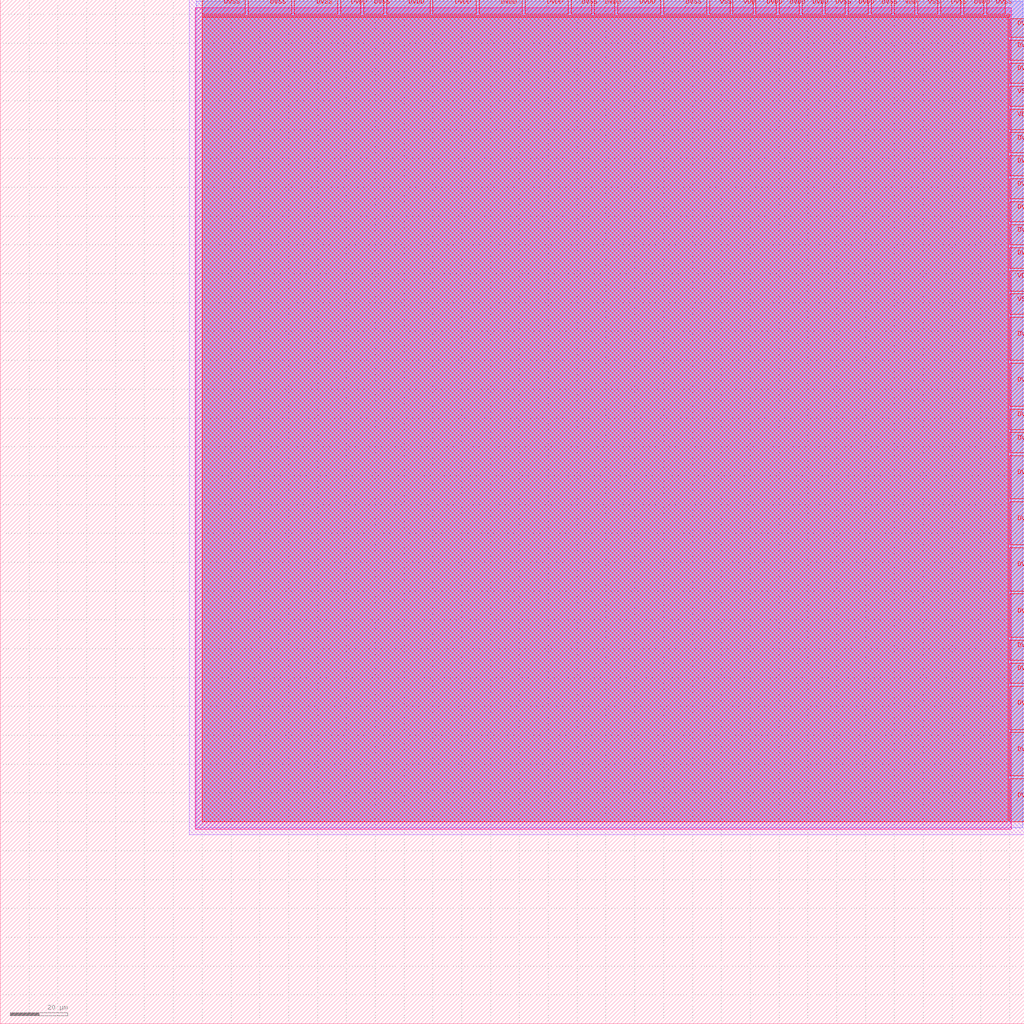
<source format=lef>
VERSION 5.7 ;
  NOWIREEXTENSIONATPIN ON ;
  DIVIDERCHAR "/" ;
  BUSBITCHARS "[]" ;
MACRO gf180mcu_ocd_io__asig_5p0
  CLASS PAD INOUT ;
  FOREIGN gf180mcu_ocd_io__asig_5p0 ;
  ORIGIN 0.000 0.000 ;
  SIZE 75.000 BY 350.000 ;
  SYMMETRY X Y R90 ;
  SITE GF_IO_Site ;
  PIN ASIG5V
    DIRECTION INOUT ;
    USE SIGNAL ;
    ANTENNADIFFAREA 1200.000000 ;
    PORT
      LAYER Metal5 ;
        RECT 7.500 2.000 67.500 62.000 ;
    END
    PORT
      LAYER Metal2 ;
        RECT 15.340 134.370 17.880 350.000 ;
    END
    PORT
      LAYER Metal2 ;
        RECT 21.020 134.370 23.560 350.000 ;
    END
    PORT
      LAYER Metal2 ;
        RECT 26.700 134.370 29.240 350.000 ;
    END
    PORT
      LAYER Metal2 ;
        RECT 32.380 134.370 34.920 350.000 ;
    END
    PORT
      LAYER Metal2 ;
        RECT 40.080 134.370 42.620 350.000 ;
    END
    PORT
      LAYER Metal2 ;
        RECT 45.760 134.370 48.300 350.000 ;
    END
    PORT
      LAYER Metal2 ;
        RECT 51.440 134.370 53.980 350.000 ;
    END
    PORT
      LAYER Metal2 ;
        RECT 57.120 134.370 59.660 350.000 ;
    END
  END ASIG5V
  PIN DVDD
    DIRECTION INOUT ;
    USE POWER ;
    PORT
      LAYER Metal5 ;
        RECT 0.000 334.000 5.000 341.000 ;
    END
    PORT
      LAYER Metal5 ;
        RECT 0.000 294.000 5.000 301.000 ;
    END
    PORT
      LAYER Metal5 ;
        RECT 0.000 278.000 5.000 285.000 ;
    END
    PORT
      LAYER Metal5 ;
        RECT 0.000 270.000 5.000 277.000 ;
    END
    PORT
      LAYER Metal5 ;
        RECT 0.000 262.000 5.000 269.000 ;
    END
    PORT
      LAYER Metal5 ;
        RECT 0.000 214.000 5.000 229.000 ;
    END
    PORT
      LAYER Metal5 ;
        RECT 0.000 206.000 5.000 213.000 ;
    END
    PORT
      LAYER Metal5 ;
        RECT 0.000 182.000 5.000 197.000 ;
    END
    PORT
      LAYER Metal5 ;
        RECT 0.000 166.000 5.000 181.000 ;
    END
    PORT
      LAYER Metal5 ;
        RECT 0.000 150.000 5.000 165.000 ;
    END
    PORT
      LAYER Metal5 ;
        RECT 0.000 134.000 5.000 149.000 ;
    END
    PORT
      LAYER Metal5 ;
        RECT 0.000 118.000 5.000 125.000 ;
    END
    PORT
      LAYER Metal5 ;
        RECT 70.000 334.000 75.000 341.000 ;
    END
    PORT
      LAYER Metal5 ;
        RECT 70.000 294.000 75.000 301.000 ;
    END
    PORT
      LAYER Metal5 ;
        RECT 70.000 278.000 75.000 285.000 ;
    END
    PORT
      LAYER Metal5 ;
        RECT 70.000 270.000 75.000 277.000 ;
    END
    PORT
      LAYER Metal5 ;
        RECT 70.000 262.000 75.000 269.000 ;
    END
    PORT
      LAYER Metal5 ;
        RECT 70.000 214.000 75.000 229.000 ;
    END
    PORT
      LAYER Metal5 ;
        RECT 70.000 206.000 75.000 213.000 ;
    END
    PORT
      LAYER Metal5 ;
        RECT 70.000 182.000 75.000 197.000 ;
    END
    PORT
      LAYER Metal5 ;
        RECT 70.000 166.000 75.000 181.000 ;
    END
    PORT
      LAYER Metal5 ;
        RECT 70.000 150.000 75.000 165.000 ;
    END
    PORT
      LAYER Metal5 ;
        RECT 70.000 134.000 75.000 149.000 ;
    END
    PORT
      LAYER Metal5 ;
        RECT 70.000 118.000 75.000 125.000 ;
    END
  END DVDD
  PIN DVSS
    DIRECTION INOUT ;
    USE GROUND ;
    PORT
      LAYER Metal5 ;
        RECT 0.000 86.000 5.000 101.000 ;
    END
    PORT
      LAYER Metal5 ;
        RECT 0.000 326.000 5.000 333.000 ;
    END
    PORT
      LAYER Metal5 ;
        RECT 0.000 342.000 5.000 348.390 ;
    END
    PORT
      LAYER Metal5 ;
        RECT 0.000 230.000 5.000 245.000 ;
    END
    PORT
      LAYER Metal5 ;
        RECT 0.000 286.000 5.000 293.000 ;
    END
    PORT
      LAYER Metal5 ;
        RECT 0.000 302.000 5.000 309.000 ;
    END
    PORT
      LAYER Metal5 ;
        RECT 0.000 198.000 5.000 205.000 ;
    END
    PORT
      LAYER Metal5 ;
        RECT 0.000 102.000 5.000 117.000 ;
    END
    PORT
      LAYER Metal5 ;
        RECT 0.000 126.000 5.000 133.000 ;
    END
    PORT
      LAYER Metal5 ;
        RECT 0.000 70.000 5.000 85.000 ;
    END
    PORT
      LAYER Metal5 ;
        RECT 70.000 86.000 75.000 101.000 ;
    END
    PORT
      LAYER Metal5 ;
        RECT 70.000 326.000 75.000 333.000 ;
    END
    PORT
      LAYER Metal5 ;
        RECT 70.000 342.000 75.000 348.390 ;
    END
    PORT
      LAYER Metal5 ;
        RECT 70.000 230.000 75.000 245.000 ;
    END
    PORT
      LAYER Metal5 ;
        RECT 70.000 286.000 75.000 293.000 ;
    END
    PORT
      LAYER Metal5 ;
        RECT 70.000 302.000 75.000 309.000 ;
    END
    PORT
      LAYER Metal5 ;
        RECT 70.000 198.000 75.000 205.000 ;
    END
    PORT
      LAYER Metal5 ;
        RECT 70.000 102.000 75.000 117.000 ;
    END
    PORT
      LAYER Metal5 ;
        RECT 70.000 126.000 75.000 133.000 ;
    END
    PORT
      LAYER Metal5 ;
        RECT 70.000 70.000 75.000 85.000 ;
    END
  END DVSS
  PIN VDD
    DIRECTION INOUT ;
    USE POWER ;
    PORT
      LAYER Metal5 ;
        RECT 0.000 310.000 5.000 317.000 ;
    END
    PORT
      LAYER Metal5 ;
        RECT 0.000 254.000 5.000 261.000 ;
    END
    PORT
      LAYER Metal5 ;
        RECT 70.000 310.000 75.000 317.000 ;
    END
    PORT
      LAYER Metal5 ;
        RECT 70.000 254.000 75.000 261.000 ;
    END
  END VDD
  PIN VSS
    DIRECTION INOUT ;
    USE GROUND ;
    PORT
      LAYER Metal5 ;
        RECT 0.000 318.000 5.000 325.000 ;
    END
    PORT
      LAYER Metal5 ;
        RECT 0.000 246.000 5.000 253.000 ;
    END
    PORT
      LAYER Metal5 ;
        RECT 70.000 318.000 75.000 325.000 ;
    END
    PORT
      LAYER Metal5 ;
        RECT 70.000 246.000 75.000 253.000 ;
    END
  END VSS
  OBS
      LAYER Nwell ;
        RECT 3.790 70.755 71.210 344.755 ;
      LAYER Metal1 ;
        RECT -0.160 65.540 75.160 349.785 ;
      LAYER Metal2 ;
        RECT 0.000 134.070 15.040 348.390 ;
        RECT 18.180 134.070 20.720 348.390 ;
        RECT 23.860 134.070 26.400 348.390 ;
        RECT 29.540 134.070 32.080 348.390 ;
        RECT 35.220 134.070 39.780 348.390 ;
        RECT 42.920 134.070 45.460 348.390 ;
        RECT 48.600 134.070 51.140 348.390 ;
        RECT 54.280 134.070 56.820 348.390 ;
        RECT 59.960 134.070 75.000 348.390 ;
        RECT 0.000 0.000 75.000 134.070 ;
      LAYER Metal3 ;
        RECT 0.000 0.000 75.000 348.390 ;
      LAYER Metal4 ;
        RECT 0.000 0.000 75.000 348.390 ;
      LAYER Metal5 ;
        RECT 5.600 69.400 69.400 348.390 ;
        RECT 3.500 62.600 71.500 69.400 ;
        RECT 3.500 1.400 6.900 62.600 ;
        RECT 68.100 1.400 71.500 62.600 ;
        RECT 3.500 0.000 71.500 1.400 ;
  END
END gf180mcu_ocd_io__asig_5p0

#--------EOF---------

MACRO gf180mcu_ocd_io__bi_24t
  CLASS PAD INOUT ;
  FOREIGN gf180mcu_ocd_io__bi_24t ;
  ORIGIN 0.000 0.000 ;
  SIZE 75.000 BY 350.000 ;
  SYMMETRY X Y R90 ;
  SITE GF_IO_Site ;
  PIN A
    DIRECTION INPUT ;
    USE SIGNAL ;
    ANTENNAGATEAREA 0.504000 ;
    ANTENNADIFFAREA 1.000000 ;
    PORT
      LAYER Metal2 ;
        RECT 69.400 266.830 69.780 349.760 ;
    END
  END A
  PIN CS
    DIRECTION INPUT ;
    USE SIGNAL ;
    ANTENNAGATEAREA 0.504000 ;
    ANTENNADIFFAREA 1.000000 ;
    PORT
      LAYER Metal2 ;
        RECT 3.360 328.305 3.740 349.760 ;
    END
  END CS
  PIN DVDD
    DIRECTION INOUT ;
    USE POWER ;
    PORT
      LAYER Metal5 ;
        RECT 0.000 118.000 5.000 125.000 ;
    END
    PORT
      LAYER Metal5 ;
        RECT 0.000 134.000 5.000 149.000 ;
    END
    PORT
      LAYER Metal5 ;
        RECT 0.000 150.000 5.000 165.000 ;
    END
    PORT
      LAYER Metal5 ;
        RECT 0.000 166.000 5.000 181.000 ;
    END
    PORT
      LAYER Metal5 ;
        RECT 0.000 182.000 5.000 197.000 ;
    END
    PORT
      LAYER Metal5 ;
        RECT 0.000 206.000 5.000 213.000 ;
    END
    PORT
      LAYER Metal5 ;
        RECT 0.000 214.000 5.000 229.000 ;
    END
    PORT
      LAYER Metal5 ;
        RECT 0.000 262.000 5.000 269.000 ;
    END
    PORT
      LAYER Metal5 ;
        RECT 0.000 270.000 5.000 277.000 ;
    END
    PORT
      LAYER Metal5 ;
        RECT 0.000 278.000 5.000 285.000 ;
    END
    PORT
      LAYER Metal5 ;
        RECT 0.000 294.000 5.000 301.000 ;
    END
    PORT
      LAYER Metal5 ;
        RECT 0.000 334.000 5.000 341.000 ;
    END
    PORT
      LAYER Metal5 ;
        RECT 70.000 118.000 75.000 125.000 ;
    END
    PORT
      LAYER Metal5 ;
        RECT 70.000 134.000 75.000 149.000 ;
    END
    PORT
      LAYER Metal5 ;
        RECT 70.000 150.000 75.000 165.000 ;
    END
    PORT
      LAYER Metal5 ;
        RECT 70.000 166.000 75.000 181.000 ;
    END
    PORT
      LAYER Metal5 ;
        RECT 70.000 182.000 75.000 197.000 ;
    END
    PORT
      LAYER Metal5 ;
        RECT 70.000 206.000 75.000 213.000 ;
    END
    PORT
      LAYER Metal5 ;
        RECT 70.000 214.000 75.000 229.000 ;
    END
    PORT
      LAYER Metal5 ;
        RECT 70.000 270.000 75.000 277.000 ;
    END
    PORT
      LAYER Metal5 ;
        RECT 70.000 278.000 75.000 285.000 ;
    END
    PORT
      LAYER Metal5 ;
        RECT 70.000 294.000 75.000 301.000 ;
    END
    PORT
      LAYER Metal5 ;
        RECT 70.000 334.000 75.000 341.000 ;
    END
  END DVDD
  PIN DVSS
    DIRECTION INOUT ;
    USE GROUND ;
    PORT
      LAYER Metal5 ;
        RECT 0.000 70.000 5.000 85.000 ;
    END
    PORT
      LAYER Metal5 ;
        RECT 0.000 86.000 5.000 101.000 ;
    END
    PORT
      LAYER Metal5 ;
        RECT 0.000 102.000 5.000 117.000 ;
    END
    PORT
      LAYER Metal5 ;
        RECT 0.000 126.000 5.000 133.000 ;
    END
    PORT
      LAYER Metal5 ;
        RECT 0.000 198.000 5.000 205.000 ;
    END
    PORT
      LAYER Metal5 ;
        RECT 0.000 230.000 5.000 245.000 ;
    END
    PORT
      LAYER Metal5 ;
        RECT 0.000 286.000 5.000 293.000 ;
    END
    PORT
      LAYER Metal5 ;
        RECT 0.000 302.000 5.000 309.000 ;
    END
    PORT
      LAYER Metal5 ;
        RECT 0.000 326.000 5.000 333.000 ;
    END
    PORT
      LAYER Metal5 ;
        RECT 0.000 342.000 5.000 348.390 ;
    END
    PORT
      LAYER Metal5 ;
        RECT 70.000 70.000 75.000 85.000 ;
    END
    PORT
      LAYER Metal5 ;
        RECT 70.000 86.000 75.000 101.000 ;
    END
    PORT
      LAYER Metal5 ;
        RECT 70.000 102.000 75.000 117.000 ;
    END
    PORT
      LAYER Metal5 ;
        RECT 70.000 126.000 75.000 133.000 ;
    END
    PORT
      LAYER Metal5 ;
        RECT 70.000 198.000 75.000 205.000 ;
    END
    PORT
      LAYER Metal5 ;
        RECT 70.000 230.000 75.000 245.000 ;
    END
    PORT
      LAYER Metal5 ;
        RECT 70.000 286.000 75.000 293.000 ;
    END
    PORT
      LAYER Metal5 ;
        RECT 70.000 302.000 75.000 309.000 ;
    END
    PORT
      LAYER Metal5 ;
        RECT 70.000 326.000 75.000 333.000 ;
    END
    PORT
      LAYER Metal5 ;
        RECT 70.000 342.000 75.000 348.390 ;
    END
  END DVSS
  PIN IE
    DIRECTION INPUT ;
    USE SIGNAL ;
    ANTENNAGATEAREA 0.504000 ;
    ANTENNADIFFAREA 1.000000 ;
    PORT
      LAYER Metal2 ;
        RECT 11.385 334.680 11.765 349.760 ;
    END
  END IE
  PIN OE
    DIRECTION INPUT ;
    USE SIGNAL ;
    ANTENNAGATEAREA 2.016000 ;
    ANTENNADIFFAREA 7.776000 ;
    PORT
      LAYER Metal2 ;
        RECT 70.130 283.205 70.510 349.760 ;
    END
  END OE
  PIN PAD
    DIRECTION INOUT ;
    USE SIGNAL ;
    ANTENNADIFFAREA 335.279999 ;
    PORT
      LAYER Metal5 ;
        RECT 7.500 2.000 67.500 62.000 ;
    END
  END PAD
  PIN PD
    DIRECTION INPUT ;
    USE SIGNAL ;
    ANTENNAGATEAREA 1.512000 ;
    ANTENNADIFFAREA 1.000000 ;
    PORT
      LAYER Metal2 ;
        RECT 10.330 329.860 10.710 349.760 ;
    END
  END PD
  PIN PU
    DIRECTION INPUT ;
    USE SIGNAL ;
    ANTENNAGATEAREA 1.008000 ;
    ANTENNADIFFAREA 1.795000 ;
    PORT
      LAYER Metal2 ;
        RECT 5.965 330.180 6.345 349.760 ;
    END
  END PU
  PIN SL
    DIRECTION INPUT ;
    USE SIGNAL ;
    ANTENNAGATEAREA 0.504000 ;
    ANTENNADIFFAREA 1.000000 ;
    PORT
      LAYER Metal2 ;
        RECT 68.670 266.100 69.050 349.760 ;
    END
  END SL
  PIN VDD
    DIRECTION INOUT ;
    USE POWER ;
    PORT
      LAYER Metal5 ;
        RECT 0.000 254.000 5.000 261.000 ;
    END
    PORT
      LAYER Metal5 ;
        RECT 0.000 310.000 5.000 317.000 ;
    END
    PORT
      LAYER Metal5 ;
        RECT 70.000 310.000 75.000 317.000 ;
    END
  END VDD
  PIN VSS
    DIRECTION INOUT ;
    USE GROUND ;
    PORT
      LAYER Metal5 ;
        RECT 0.000 246.000 5.000 253.000 ;
    END
    PORT
      LAYER Metal5 ;
        RECT 0.000 318.000 5.000 325.000 ;
    END
    PORT
      LAYER Metal5 ;
        RECT 70.000 246.000 75.000 253.000 ;
    END
    PORT
      LAYER Metal5 ;
        RECT 70.000 318.000 75.000 325.000 ;
    END
  END VSS
  PIN Y
    DIRECTION OUTPUT ;
    USE SIGNAL ;
    ANTENNADIFFAREA 3.240000 ;
    PORT
      LAYER Metal2 ;
        RECT 70.860 319.660 71.240 349.760 ;
    END
  END Y
  OBS
      LAYER Nwell ;
        RECT 1.805 67.400 73.195 346.295 ;
      LAYER Metal1 ;
        RECT -0.160 65.450 75.160 349.785 ;
      LAYER Metal2 ;
        RECT 0.000 328.005 3.060 348.135 ;
        RECT 4.040 329.880 5.665 348.135 ;
        RECT 6.645 329.880 10.030 348.135 ;
        RECT 4.040 329.560 10.030 329.880 ;
        RECT 11.010 334.380 11.085 348.135 ;
        RECT 12.065 334.380 68.370 348.135 ;
        RECT 11.010 329.560 68.370 334.380 ;
        RECT 4.040 328.005 68.370 329.560 ;
        RECT 0.000 265.800 68.370 328.005 ;
        RECT 71.540 319.360 75.000 348.135 ;
        RECT 70.810 282.905 75.000 319.360 ;
        RECT 70.080 266.530 75.000 282.905 ;
        RECT 69.350 265.800 75.000 266.530 ;
        RECT 0.000 0.000 75.000 265.800 ;
      LAYER Metal3 ;
        RECT 0.000 0.000 75.000 348.390 ;
      LAYER Metal4 ;
        RECT 0.000 0.000 75.000 348.390 ;
      LAYER Metal5 ;
        RECT 5.600 269.400 69.400 348.390 ;
        RECT 5.600 253.600 75.000 269.400 ;
        RECT 5.600 69.400 69.400 253.600 ;
        RECT 3.500 62.600 75.000 69.400 ;
        RECT 3.500 1.400 6.900 62.600 ;
        RECT 68.100 1.400 75.000 62.600 ;
        RECT 3.500 0.000 75.000 1.400 ;
  END
END gf180mcu_ocd_io__bi_24t

#--------EOF---------

MACRO gf180mcu_ocd_io__bi_a
  CLASS PAD INOUT ;
  FOREIGN gf180mcu_ocd_io__bi_a ;
  ORIGIN 0.000 0.000 ;
  SIZE 75.000 BY 350.000 ;
  SYMMETRY X Y R90 ;
  SITE GF_IO_Site ;
  PIN A
    DIRECTION INPUT ;
    USE SIGNAL ;
    ANTENNAGATEAREA 0.504000 ;
    ANTENNADIFFAREA 1.000000 ;
    PORT
      LAYER Metal2 ;
        RECT 69.400 267.070 69.780 350.000 ;
    END
  END A
  PIN CS
    DIRECTION INPUT ;
    USE SIGNAL ;
    ANTENNAGATEAREA 0.504000 ;
    ANTENNADIFFAREA 1.000000 ;
    PORT
      LAYER Metal2 ;
        RECT 3.360 328.545 3.740 350.000 ;
    END
  END CS
  PIN DVDD
    DIRECTION INOUT ;
    USE POWER ;
    PORT
      LAYER Metal5 ;
        RECT 0.000 182.000 5.000 197.000 ;
    END
    PORT
      LAYER Metal5 ;
        RECT 0.000 214.000 5.000 229.000 ;
    END
    PORT
      LAYER Metal5 ;
        RECT 0.000 334.000 5.000 341.000 ;
    END
    PORT
      LAYER Metal5 ;
        RECT 0.000 294.000 5.000 301.000 ;
    END
    PORT
      LAYER Metal5 ;
        RECT 0.000 278.000 5.000 285.000 ;
    END
    PORT
      LAYER Metal5 ;
        RECT 0.000 270.000 5.000 277.000 ;
    END
    PORT
      LAYER Metal5 ;
        RECT 0.000 262.000 5.000 269.000 ;
    END
    PORT
      LAYER Metal5 ;
        RECT 0.000 206.000 5.000 213.000 ;
    END
    PORT
      LAYER Metal5 ;
        RECT 0.000 118.000 5.000 125.000 ;
    END
    PORT
      LAYER Metal5 ;
        RECT 0.000 134.000 5.000 149.000 ;
    END
    PORT
      LAYER Metal5 ;
        RECT 0.000 150.000 5.000 165.000 ;
    END
    PORT
      LAYER Metal5 ;
        RECT 0.000 166.000 5.000 181.000 ;
    END
    PORT
      LAYER Metal5 ;
        RECT 70.000 182.000 75.000 197.000 ;
    END
    PORT
      LAYER Metal5 ;
        RECT 70.000 214.000 75.000 229.000 ;
    END
    PORT
      LAYER Metal5 ;
        RECT 70.000 334.000 75.000 341.000 ;
    END
    PORT
      LAYER Metal5 ;
        RECT 70.000 294.000 75.000 301.000 ;
    END
    PORT
      LAYER Metal5 ;
        RECT 70.000 278.000 75.000 285.000 ;
    END
    PORT
      LAYER Metal5 ;
        RECT 70.000 270.000 75.000 277.000 ;
    END
    PORT
      LAYER Metal5 ;
        RECT 70.000 262.000 75.000 269.000 ;
    END
    PORT
      LAYER Metal5 ;
        RECT 70.000 206.000 75.000 213.000 ;
    END
    PORT
      LAYER Metal5 ;
        RECT 70.000 118.000 75.000 125.000 ;
    END
    PORT
      LAYER Metal5 ;
        RECT 70.000 134.000 75.000 149.000 ;
    END
    PORT
      LAYER Metal5 ;
        RECT 70.000 150.000 75.000 165.000 ;
    END
    PORT
      LAYER Metal5 ;
        RECT 70.000 166.000 75.000 181.000 ;
    END
  END DVDD
  PIN DVSS
    DIRECTION INOUT ;
    USE GROUND ;
    PORT
      LAYER Metal5 ;
        RECT 0.000 86.000 5.000 101.000 ;
    END
    PORT
      LAYER Metal5 ;
        RECT 0.000 70.000 5.000 85.000 ;
    END
    PORT
      LAYER Metal5 ;
        RECT 0.000 230.000 5.000 245.000 ;
    END
    PORT
      LAYER Metal5 ;
        RECT 0.000 198.000 5.000 205.000 ;
    END
    PORT
      LAYER Metal5 ;
        RECT 0.000 102.000 5.000 117.000 ;
    END
    PORT
      LAYER Metal5 ;
        RECT 0.000 126.000 5.000 133.000 ;
    END
    PORT
      LAYER Metal5 ;
        RECT 0.000 286.000 5.000 293.000 ;
    END
    PORT
      LAYER Metal5 ;
        RECT 0.000 302.000 5.000 309.000 ;
    END
    PORT
      LAYER Metal5 ;
        RECT 0.000 326.000 5.000 333.000 ;
    END
    PORT
      LAYER Metal5 ;
        RECT 0.000 342.000 5.000 348.390 ;
    END
    PORT
      LAYER Metal5 ;
        RECT 70.000 86.000 75.000 101.000 ;
    END
    PORT
      LAYER Metal5 ;
        RECT 70.000 70.000 75.000 85.000 ;
    END
    PORT
      LAYER Metal5 ;
        RECT 70.000 230.000 75.000 245.000 ;
    END
    PORT
      LAYER Metal5 ;
        RECT 70.000 198.000 75.000 205.000 ;
    END
    PORT
      LAYER Metal5 ;
        RECT 70.000 102.000 75.000 117.000 ;
    END
    PORT
      LAYER Metal5 ;
        RECT 70.000 126.000 75.000 133.000 ;
    END
    PORT
      LAYER Metal5 ;
        RECT 70.000 286.000 75.000 293.000 ;
    END
    PORT
      LAYER Metal5 ;
        RECT 70.000 302.000 75.000 309.000 ;
    END
    PORT
      LAYER Metal5 ;
        RECT 70.000 326.000 75.000 333.000 ;
    END
    PORT
      LAYER Metal5 ;
        RECT 70.000 342.000 75.000 348.390 ;
    END
  END DVSS
  PIN IE
    DIRECTION INPUT ;
    USE SIGNAL ;
    ANTENNAGATEAREA 0.504000 ;
    ANTENNADIFFAREA 1.000000 ;
    PORT
      LAYER Metal2 ;
        RECT 11.385 334.920 11.765 350.000 ;
    END
  END IE
  PIN OE
    DIRECTION INPUT ;
    USE SIGNAL ;
    ANTENNAGATEAREA 2.016000 ;
    ANTENNADIFFAREA 7.776000 ;
    PORT
      LAYER Metal2 ;
        RECT 70.130 283.445 70.510 350.000 ;
    END
  END OE
  PIN PAD
    DIRECTION INOUT ;
    USE SIGNAL ;
    ANTENNADIFFAREA 258.720001 ;
    PORT
      LAYER Metal5 ;
        RECT 7.500 2.000 67.500 62.000 ;
    END
  END PAD
  PIN PD
    DIRECTION INPUT ;
    USE SIGNAL ;
    ANTENNAGATEAREA 1.512000 ;
    ANTENNADIFFAREA 1.000000 ;
    PORT
      LAYER Metal2 ;
        RECT 10.330 330.100 10.710 350.000 ;
    END
  END PD
  PIN PDRV0
    DIRECTION INPUT ;
    USE SIGNAL ;
    ANTENNAGATEAREA 0.504000 ;
    ANTENNADIFFAREA 2.592000 ;
    PORT
      LAYER Metal2 ;
        RECT 7.110 326.870 7.490 350.000 ;
    END
  END PDRV0
  PIN PDRV1
    DIRECTION INPUT ;
    USE SIGNAL ;
    ANTENNAGATEAREA 0.504000 ;
    ANTENNADIFFAREA 2.592000 ;
    PORT
      LAYER Metal2 ;
        RECT 7.820 326.280 8.200 350.005 ;
    END
  END PDRV1
  PIN PU
    DIRECTION INPUT ;
    USE SIGNAL ;
    ANTENNAGATEAREA 1.008000 ;
    ANTENNADIFFAREA 1.795000 ;
    PORT
      LAYER Metal2 ;
        RECT 5.965 330.420 6.345 350.000 ;
    END
  END PU
  PIN SL
    DIRECTION INPUT ;
    USE SIGNAL ;
    ANTENNAGATEAREA 0.504000 ;
    ANTENNADIFFAREA 1.000000 ;
    PORT
      LAYER Metal2 ;
        RECT 68.670 266.340 69.050 350.000 ;
    END
  END SL
  PIN VDD
    DIRECTION INOUT ;
    USE POWER ;
    PORT
      LAYER Metal5 ;
        RECT 0.000 254.000 5.000 261.000 ;
    END
    PORT
      LAYER Metal5 ;
        RECT 0.000 310.000 5.000 317.000 ;
    END
    PORT
      LAYER Metal5 ;
        RECT 70.000 254.000 75.000 261.000 ;
    END
    PORT
      LAYER Metal5 ;
        RECT 70.000 310.000 75.000 317.000 ;
    END
  END VDD
  PIN VSS
    DIRECTION INOUT ;
    USE GROUND ;
    PORT
      LAYER Metal5 ;
        RECT 0.000 318.000 5.000 325.000 ;
    END
    PORT
      LAYER Metal5 ;
        RECT 0.000 246.000 5.000 253.000 ;
    END
    PORT
      LAYER Metal5 ;
        RECT 70.000 318.000 75.000 325.000 ;
    END
    PORT
      LAYER Metal5 ;
        RECT 70.000 246.000 75.000 253.000 ;
    END
  END VSS
  PIN Y
    DIRECTION OUTPUT ;
    USE SIGNAL ;
    ANTENNADIFFAREA 3.240000 ;
    PORT
      LAYER Metal2 ;
        RECT 70.860 319.900 71.240 350.000 ;
    END
  END Y
  PIN ANA
    ANTENNAGATEAREA 21.490000 ;
    ANTENNADIFFAREA 80.000000 ;
    PORT
      LAYER Metal2 ;
        RECT 8.530 321.790 8.910 350.005 ;
    END
  END ANA
  OBS
      LAYER Nwell ;
        RECT 1.805 68.895 73.195 346.535 ;
      LAYER Metal1 ;
        RECT -0.160 65.540 75.160 349.785 ;
      LAYER Metal2 ;
        RECT 0.000 328.245 3.060 348.375 ;
        RECT 4.040 330.120 5.665 348.375 ;
        RECT 6.645 330.120 6.810 348.375 ;
        RECT 4.040 328.245 6.810 330.120 ;
        RECT 0.000 326.570 6.810 328.245 ;
        RECT 9.210 329.800 10.030 348.375 ;
        RECT 11.010 334.620 11.085 348.375 ;
        RECT 12.065 334.620 68.370 348.375 ;
        RECT 11.010 329.800 68.370 334.620 ;
        RECT 0.000 325.980 7.520 326.570 ;
        RECT 0.000 321.490 8.230 325.980 ;
        RECT 9.210 321.490 68.370 329.800 ;
        RECT 0.000 266.040 68.370 321.490 ;
        RECT 71.540 319.600 75.000 348.375 ;
        RECT 70.810 283.145 75.000 319.600 ;
        RECT 70.080 266.770 75.000 283.145 ;
        RECT 69.350 266.040 75.000 266.770 ;
        RECT 0.000 0.000 75.000 266.040 ;
      LAYER Metal3 ;
        RECT 0.000 0.000 75.000 348.390 ;
      LAYER Metal4 ;
        RECT 0.000 0.000 75.000 348.390 ;
      LAYER Metal5 ;
        RECT 5.600 69.400 69.400 348.390 ;
        RECT 3.500 62.600 71.500 69.400 ;
        RECT 3.500 1.400 6.900 62.600 ;
        RECT 68.100 1.400 71.500 62.600 ;
        RECT 3.500 0.000 71.500 1.400 ;
  END
END gf180mcu_ocd_io__bi_a

#--------EOF---------

MACRO gf180mcu_ocd_io__bi_t
  CLASS PAD INOUT ;
  FOREIGN gf180mcu_ocd_io__bi_t ;
  ORIGIN 0.000 0.000 ;
  SIZE 75.000 BY 350.000 ;
  SYMMETRY X Y R90 ;
  SITE GF_IO_Site ;
  PIN A
    DIRECTION INPUT ;
    USE SIGNAL ;
    ANTENNAGATEAREA 0.504000 ;
    ANTENNADIFFAREA 1.000000 ;
    PORT
      LAYER Metal2 ;
        RECT 69.400 267.070 69.780 350.000 ;
    END
  END A
  PIN CS
    DIRECTION INPUT ;
    USE SIGNAL ;
    ANTENNAGATEAREA 0.504000 ;
    ANTENNADIFFAREA 1.000000 ;
    PORT
      LAYER Metal2 ;
        RECT 3.360 328.545 3.740 350.000 ;
    END
  END CS
  PIN DVDD
    DIRECTION INOUT ;
    USE POWER ;
    PORT
      LAYER Metal5 ;
        RECT 0.000 182.000 5.000 197.000 ;
    END
    PORT
      LAYER Metal5 ;
        RECT 0.000 214.000 5.000 229.000 ;
    END
    PORT
      LAYER Metal5 ;
        RECT 0.000 334.000 5.000 341.000 ;
    END
    PORT
      LAYER Metal5 ;
        RECT 0.000 294.000 5.000 301.000 ;
    END
    PORT
      LAYER Metal5 ;
        RECT 0.000 278.000 5.000 285.000 ;
    END
    PORT
      LAYER Metal5 ;
        RECT 0.000 270.000 5.000 277.000 ;
    END
    PORT
      LAYER Metal5 ;
        RECT 0.000 262.000 5.000 269.000 ;
    END
    PORT
      LAYER Metal5 ;
        RECT 0.000 206.000 5.000 213.000 ;
    END
    PORT
      LAYER Metal5 ;
        RECT 0.000 118.000 5.000 125.000 ;
    END
    PORT
      LAYER Metal5 ;
        RECT 0.000 134.000 5.000 149.000 ;
    END
    PORT
      LAYER Metal5 ;
        RECT 0.000 150.000 5.000 165.000 ;
    END
    PORT
      LAYER Metal5 ;
        RECT 0.000 166.000 5.000 181.000 ;
    END
    PORT
      LAYER Metal5 ;
        RECT 70.000 182.000 75.000 197.000 ;
    END
    PORT
      LAYER Metal5 ;
        RECT 70.000 214.000 75.000 229.000 ;
    END
    PORT
      LAYER Metal5 ;
        RECT 70.000 334.000 75.000 341.000 ;
    END
    PORT
      LAYER Metal5 ;
        RECT 70.000 294.000 75.000 301.000 ;
    END
    PORT
      LAYER Metal5 ;
        RECT 70.000 278.000 75.000 285.000 ;
    END
    PORT
      LAYER Metal5 ;
        RECT 70.000 270.000 75.000 277.000 ;
    END
    PORT
      LAYER Metal5 ;
        RECT 70.000 262.000 75.000 269.000 ;
    END
    PORT
      LAYER Metal5 ;
        RECT 70.000 206.000 75.000 213.000 ;
    END
    PORT
      LAYER Metal5 ;
        RECT 70.000 118.000 75.000 125.000 ;
    END
    PORT
      LAYER Metal5 ;
        RECT 70.000 134.000 75.000 149.000 ;
    END
    PORT
      LAYER Metal5 ;
        RECT 70.000 150.000 75.000 165.000 ;
    END
    PORT
      LAYER Metal5 ;
        RECT 70.000 166.000 75.000 181.000 ;
    END
  END DVDD
  PIN DVSS
    DIRECTION INOUT ;
    USE GROUND ;
    PORT
      LAYER Metal5 ;
        RECT 0.000 86.000 5.000 101.000 ;
    END
    PORT
      LAYER Metal5 ;
        RECT 0.000 70.000 5.000 85.000 ;
    END
    PORT
      LAYER Metal5 ;
        RECT 0.000 230.000 5.000 245.000 ;
    END
    PORT
      LAYER Metal5 ;
        RECT 0.000 198.000 5.000 205.000 ;
    END
    PORT
      LAYER Metal5 ;
        RECT 0.000 102.000 5.000 117.000 ;
    END
    PORT
      LAYER Metal5 ;
        RECT 0.000 126.000 5.000 133.000 ;
    END
    PORT
      LAYER Metal5 ;
        RECT 0.000 286.000 5.000 293.000 ;
    END
    PORT
      LAYER Metal5 ;
        RECT 0.000 302.000 5.000 309.000 ;
    END
    PORT
      LAYER Metal5 ;
        RECT 0.000 326.000 5.000 333.000 ;
    END
    PORT
      LAYER Metal5 ;
        RECT 0.000 342.000 5.000 348.390 ;
    END
    PORT
      LAYER Metal5 ;
        RECT 70.000 86.000 75.000 101.000 ;
    END
    PORT
      LAYER Metal5 ;
        RECT 70.000 70.000 75.000 85.000 ;
    END
    PORT
      LAYER Metal5 ;
        RECT 70.000 230.000 75.000 245.000 ;
    END
    PORT
      LAYER Metal5 ;
        RECT 70.000 198.000 75.000 205.000 ;
    END
    PORT
      LAYER Metal5 ;
        RECT 70.000 102.000 75.000 117.000 ;
    END
    PORT
      LAYER Metal5 ;
        RECT 70.000 126.000 75.000 133.000 ;
    END
    PORT
      LAYER Metal5 ;
        RECT 70.000 286.000 75.000 293.000 ;
    END
    PORT
      LAYER Metal5 ;
        RECT 70.000 302.000 75.000 309.000 ;
    END
    PORT
      LAYER Metal5 ;
        RECT 70.000 326.000 75.000 333.000 ;
    END
    PORT
      LAYER Metal5 ;
        RECT 70.000 342.000 75.000 348.390 ;
    END
  END DVSS
  PIN IE
    DIRECTION INPUT ;
    USE SIGNAL ;
    ANTENNAGATEAREA 0.504000 ;
    ANTENNADIFFAREA 1.000000 ;
    PORT
      LAYER Metal2 ;
        RECT 11.385 334.920 11.765 350.000 ;
    END
  END IE
  PIN OE
    DIRECTION INPUT ;
    USE SIGNAL ;
    ANTENNAGATEAREA 2.016000 ;
    ANTENNADIFFAREA 7.776000 ;
    PORT
      LAYER Metal2 ;
        RECT 70.130 283.445 70.510 350.000 ;
    END
  END OE
  PIN PAD
    DIRECTION INOUT ;
    USE SIGNAL ;
    ANTENNADIFFAREA 258.720001 ;
    PORT
      LAYER Metal5 ;
        RECT 7.500 2.000 67.500 62.000 ;
    END
  END PAD
  PIN PD
    DIRECTION INPUT ;
    USE SIGNAL ;
    ANTENNAGATEAREA 1.512000 ;
    ANTENNADIFFAREA 1.000000 ;
    PORT
      LAYER Metal2 ;
        RECT 10.330 330.100 10.710 350.000 ;
    END
  END PD
  PIN PDRV0
    DIRECTION INPUT ;
    USE SIGNAL ;
    ANTENNAGATEAREA 0.504000 ;
    ANTENNADIFFAREA 2.592000 ;
    PORT
      LAYER Metal2 ;
        RECT 7.110 326.870 7.490 350.000 ;
    END
  END PDRV0
  PIN PDRV1
    DIRECTION INPUT ;
    USE SIGNAL ;
    ANTENNAGATEAREA 0.504000 ;
    ANTENNADIFFAREA 2.592000 ;
    PORT
      LAYER Metal2 ;
        RECT 7.820 326.280 8.200 350.005 ;
    END
  END PDRV1
  PIN PU
    DIRECTION INPUT ;
    USE SIGNAL ;
    ANTENNAGATEAREA 1.008000 ;
    ANTENNADIFFAREA 1.795000 ;
    PORT
      LAYER Metal2 ;
        RECT 5.965 330.420 6.345 350.000 ;
    END
  END PU
  PIN SL
    DIRECTION INPUT ;
    USE SIGNAL ;
    ANTENNAGATEAREA 0.504000 ;
    ANTENNADIFFAREA 1.000000 ;
    PORT
      LAYER Metal2 ;
        RECT 68.670 266.340 69.050 350.000 ;
    END
  END SL
  PIN VDD
    DIRECTION INOUT ;
    USE POWER ;
    PORT
      LAYER Metal5 ;
        RECT 0.000 254.000 5.000 261.000 ;
    END
    PORT
      LAYER Metal5 ;
        RECT 0.000 310.000 5.000 317.000 ;
    END
    PORT
      LAYER Metal5 ;
        RECT 70.000 254.000 75.000 261.000 ;
    END
    PORT
      LAYER Metal5 ;
        RECT 70.000 310.000 75.000 317.000 ;
    END
  END VDD
  PIN VSS
    DIRECTION INOUT ;
    USE GROUND ;
    PORT
      LAYER Metal5 ;
        RECT 0.000 318.000 5.000 325.000 ;
    END
    PORT
      LAYER Metal5 ;
        RECT 0.000 246.000 5.000 253.000 ;
    END
    PORT
      LAYER Metal5 ;
        RECT 70.000 318.000 75.000 325.000 ;
    END
    PORT
      LAYER Metal5 ;
        RECT 70.000 246.000 75.000 253.000 ;
    END
  END VSS
  PIN Y
    DIRECTION OUTPUT ;
    USE SIGNAL ;
    ANTENNADIFFAREA 3.240000 ;
    PORT
      LAYER Metal2 ;
        RECT 70.860 319.900 71.240 350.000 ;
    END
  END Y
  OBS
      LAYER Nwell ;
        RECT 1.805 68.895 73.195 346.535 ;
      LAYER Metal1 ;
        RECT -0.160 65.540 75.160 349.785 ;
      LAYER Metal2 ;
        RECT 0.000 328.245 3.060 348.375 ;
        RECT 4.040 330.120 5.665 348.375 ;
        RECT 6.645 330.120 6.810 348.375 ;
        RECT 4.040 328.245 6.810 330.120 ;
        RECT 0.000 326.570 6.810 328.245 ;
        RECT 8.500 329.800 10.030 348.375 ;
        RECT 11.010 334.620 11.085 348.375 ;
        RECT 12.065 334.620 68.370 348.375 ;
        RECT 11.010 329.800 68.370 334.620 ;
        RECT 0.000 325.980 7.520 326.570 ;
        RECT 8.500 325.980 68.370 329.800 ;
        RECT 0.000 266.040 68.370 325.980 ;
        RECT 71.540 319.600 75.000 348.375 ;
        RECT 70.810 283.145 75.000 319.600 ;
        RECT 70.080 266.770 75.000 283.145 ;
        RECT 69.350 266.040 75.000 266.770 ;
        RECT 0.000 0.000 75.000 266.040 ;
      LAYER Metal3 ;
        RECT 0.000 0.000 75.000 348.390 ;
      LAYER Metal4 ;
        RECT 0.000 0.000 75.000 348.390 ;
      LAYER Metal5 ;
        RECT 5.600 69.400 69.400 348.390 ;
        RECT 3.500 62.600 71.500 69.400 ;
        RECT 3.500 1.400 6.900 62.600 ;
        RECT 68.100 1.400 71.500 62.600 ;
        RECT 3.500 0.000 71.500 1.400 ;
  END
END gf180mcu_ocd_io__bi_t

#--------EOF---------

MACRO gf180mcu_ocd_io__brk2
  CLASS PAD SPACER ;
  FOREIGN gf180mcu_ocd_io__brk2 ;
  ORIGIN 0.000 0.000 ;
  SIZE 2.000 BY 350.000 ;
  SYMMETRY X Y R90 ;
  SITE GF_IO_Site ;
  PIN VSS
    DIRECTION INOUT ;
    USE GROUND ;
    PORT
      LAYER Metal5 ;
        RECT 0.000 318.000 2.000 325.000 ;
    END
    PORT
      LAYER Metal5 ;
        RECT 0.000 246.000 2.000 253.000 ;
    END
  END VSS
  OBS
      LAYER Metal1 ;
        RECT -0.160 65.540 2.160 349.785 ;
      LAYER Metal2 ;
        RECT 0.000 66.375 2.000 348.845 ;
      LAYER Metal3 ;
        RECT 0.000 246.000 2.000 325.000 ;
      LAYER Metal4 ;
        RECT 0.000 246.000 2.000 325.000 ;
  END
END gf180mcu_ocd_io__brk2

#--------EOF---------

MACRO gf180mcu_ocd_io__brk5
  CLASS PAD SPACER ;
  FOREIGN gf180mcu_ocd_io__brk5 ;
  ORIGIN 0.000 0.000 ;
  SIZE 5.000 BY 350.000 ;
  SYMMETRY X Y R90 ;
  SITE GF_IO_Site ;
  PIN VSS
    DIRECTION INOUT ;
    USE GROUND ;
    PORT
      LAYER Metal5 ;
        RECT 0.000 318.000 5.000 325.000 ;
    END
    PORT
      LAYER Metal5 ;
        RECT 0.000 246.000 5.000 253.000 ;
    END
  END VSS
  OBS
      LAYER Metal1 ;
        RECT -0.160 65.540 5.160 349.785 ;
      LAYER Metal2 ;
        RECT 0.000 68.110 5.000 348.080 ;
      LAYER Metal3 ;
        RECT 0.000 246.000 5.000 325.000 ;
      LAYER Metal4 ;
        RECT 0.000 246.000 5.000 325.000 ;
  END
END gf180mcu_ocd_io__brk5

#--------EOF---------

MACRO gf180mcu_ocd_io__cor
  CLASS PAD SPACER ;
  FOREIGN gf180mcu_ocd_io__cor ;
  ORIGIN 0.000 0.000 ;
  SIZE 355.000 BY 355.000 ;
  SYMMETRY X Y R90 ;
  SITE GF_IO_Site ;
  PIN DVDD
    DIRECTION INOUT ;
    USE POWER ;
    PORT
      LAYER Metal5 ;
        RECT 350.000 166.000 355.000 181.000 ;
    END
    PORT
      LAYER Metal5 ;
        RECT 350.000 150.000 355.000 165.000 ;
    END
    PORT
      LAYER Metal5 ;
        RECT 350.000 134.000 355.000 149.000 ;
    END
    PORT
      LAYER Metal5 ;
        RECT 350.000 118.000 355.000 125.000 ;
    END
    PORT
      LAYER Metal5 ;
        RECT 350.000 206.000 355.000 213.000 ;
    END
    PORT
      LAYER Metal5 ;
        RECT 350.000 182.000 355.000 197.000 ;
    END
    PORT
      LAYER Metal5 ;
        RECT 182.000 350.000 197.000 355.000 ;
    END
    PORT
      LAYER Metal5 ;
        RECT 166.000 350.000 181.000 355.000 ;
    END
    PORT
      LAYER Metal5 ;
        RECT 150.000 350.000 165.000 355.000 ;
    END
    PORT
      LAYER Metal5 ;
        RECT 134.000 350.000 149.000 355.000 ;
    END
    PORT
      LAYER Metal5 ;
        RECT 118.000 350.000 125.000 355.000 ;
    END
    PORT
      LAYER Metal5 ;
        RECT 206.000 350.000 213.000 355.000 ;
    END
    PORT
      LAYER Metal5 ;
        RECT 294.000 350.000 301.000 355.000 ;
    END
    PORT
      LAYER Metal5 ;
        RECT 278.000 350.000 285.000 355.000 ;
    END
    PORT
      LAYER Metal5 ;
        RECT 270.000 350.000 277.000 355.000 ;
    END
    PORT
      LAYER Metal5 ;
        RECT 262.000 350.000 269.000 355.000 ;
    END
    PORT
      LAYER Metal5 ;
        RECT 214.000 350.000 229.000 355.000 ;
    END
    PORT
      LAYER Metal5 ;
        RECT 350.000 334.000 355.000 341.000 ;
    END
    PORT
      LAYER Metal5 ;
        RECT 350.000 294.000 355.000 301.000 ;
    END
    PORT
      LAYER Metal5 ;
        RECT 350.000 278.000 355.000 285.000 ;
    END
    PORT
      LAYER Metal5 ;
        RECT 350.000 270.000 355.000 277.000 ;
    END
    PORT
      LAYER Metal5 ;
        RECT 350.000 262.000 355.000 269.000 ;
    END
    PORT
      LAYER Metal5 ;
        RECT 350.000 214.000 355.000 228.995 ;
    END
    PORT
      LAYER Metal5 ;
        RECT 334.000 350.000 341.000 355.000 ;
    END
  END DVDD
  PIN DVSS
    DIRECTION INOUT ;
    USE GROUND ;
    PORT
      LAYER Metal5 ;
        RECT 350.000 198.000 355.000 205.000 ;
    END
    PORT
      LAYER Metal5 ;
        RECT 350.000 126.000 355.000 133.000 ;
    END
    PORT
      LAYER Metal5 ;
        RECT 350.000 102.000 355.000 117.000 ;
    END
    PORT
      LAYER Metal5 ;
        RECT 350.000 70.000 355.000 85.000 ;
    END
    PORT
      LAYER Metal5 ;
        RECT 350.000 86.000 355.000 101.000 ;
    END
    PORT
      LAYER Metal5 ;
        RECT 126.000 350.000 133.000 355.000 ;
    END
    PORT
      LAYER Metal5 ;
        RECT 102.000 350.000 117.000 355.000 ;
    END
    PORT
      LAYER Metal5 ;
        RECT 86.000 350.000 101.000 355.000 ;
    END
    PORT
      LAYER Metal5 ;
        RECT 70.000 350.000 85.000 355.000 ;
    END
    PORT
      LAYER Metal5 ;
        RECT 198.000 350.000 205.000 355.000 ;
    END
    PORT
      LAYER Metal5 ;
        RECT 326.000 350.000 333.000 355.000 ;
    END
    PORT
      LAYER Metal5 ;
        RECT 302.000 350.000 309.000 355.000 ;
    END
    PORT
      LAYER Metal5 ;
        RECT 286.000 350.000 293.000 355.000 ;
    END
    PORT
      LAYER Metal5 ;
        RECT 230.000 350.000 245.000 355.000 ;
    END
    PORT
      LAYER Metal5 ;
        RECT 350.000 342.000 355.000 348.390 ;
    END
    PORT
      LAYER Metal5 ;
        RECT 350.000 326.000 355.000 333.000 ;
    END
    PORT
      LAYER Metal5 ;
        RECT 350.000 302.000 355.000 309.000 ;
    END
    PORT
      LAYER Metal5 ;
        RECT 350.000 286.000 355.000 293.000 ;
    END
    PORT
      LAYER Metal5 ;
        RECT 350.000 230.000 355.000 245.000 ;
    END
    PORT
      LAYER Metal5 ;
        RECT 342.000 350.000 348.390 355.000 ;
    END
  END DVSS
  PIN VDD
    DIRECTION INOUT ;
    USE POWER ;
    PORT
      LAYER Metal5 ;
        RECT 310.000 350.000 317.000 355.000 ;
    END
    PORT
      LAYER Metal5 ;
        RECT 254.000 350.000 261.000 355.000 ;
    END
    PORT
      LAYER Metal5 ;
        RECT 350.000 310.000 355.000 317.000 ;
    END
    PORT
      LAYER Metal5 ;
        RECT 350.000 254.000 355.000 261.000 ;
    END
  END VDD
  PIN VSS
    DIRECTION INOUT ;
    USE GROUND ;
    PORT
      LAYER Metal5 ;
        RECT 318.000 350.000 325.000 355.000 ;
    END
    PORT
      LAYER Metal5 ;
        RECT 246.000 350.000 253.000 355.000 ;
    END
    PORT
      LAYER Metal5 ;
        RECT 350.000 246.000 355.000 253.000 ;
    END
    PORT
      LAYER Metal5 ;
        RECT 350.000 318.000 355.000 325.000 ;
    END
  END VSS
  OBS
      LAYER Nwell ;
        RECT 67.560 67.500 350.445 352.170 ;
      LAYER Metal1 ;
        RECT 65.540 65.540 355.000 355.000 ;
      LAYER Metal2 ;
        RECT 68.030 67.970 354.505 354.450 ;
      LAYER Metal3 ;
        RECT 70.000 70.000 355.000 355.000 ;
      LAYER Metal4 ;
        RECT 70.000 70.000 355.000 355.000 ;
      LAYER Metal5 ;
        RECT 348.990 349.400 350.000 350.000 ;
        RECT 70.000 348.990 350.000 349.400 ;
        RECT 70.000 70.000 349.400 348.990 ;
  END
END gf180mcu_ocd_io__cor

#--------EOF---------

MACRO gf180mcu_ocd_io__dvdd
  CLASS PAD POWER ;
  FOREIGN gf180mcu_ocd_io__dvdd ;
  ORIGIN 0.000 0.000 ;
  SIZE 75.000 BY 350.000 ;
  SYMMETRY X Y R90 ;
  SITE GF_IO_Site ;
  PIN DVDD
    DIRECTION INOUT ;
    USE POWER ;
    PORT
      LAYER Metal5 ;
        RECT 0.000 334.000 5.000 341.000 ;
    END
    PORT
      LAYER Metal5 ;
        RECT 0.000 294.000 5.000 301.000 ;
    END
    PORT
      LAYER Metal5 ;
        RECT 0.000 278.000 5.000 285.000 ;
    END
    PORT
      LAYER Metal5 ;
        RECT 0.000 270.000 5.000 277.000 ;
    END
    PORT
      LAYER Metal5 ;
        RECT 0.000 262.000 5.000 269.000 ;
    END
    PORT
      LAYER Metal5 ;
        RECT 0.000 206.000 5.000 213.000 ;
    END
    PORT
      LAYER Metal5 ;
        RECT 0.000 214.000 5.000 229.000 ;
    END
    PORT
      LAYER Metal5 ;
        RECT 0.000 182.000 5.000 197.000 ;
    END
    PORT
      LAYER Metal5 ;
        RECT 0.000 166.000 5.000 181.000 ;
    END
    PORT
      LAYER Metal5 ;
        RECT 0.000 150.000 5.000 165.000 ;
    END
    PORT
      LAYER Metal5 ;
        RECT 0.000 134.000 5.000 149.000 ;
    END
    PORT
      LAYER Metal5 ;
        RECT 0.000 118.000 5.000 125.000 ;
    END
    PORT
      LAYER Metal5 ;
        RECT 7.500 2.000 67.500 62.000 ;
    END
    PORT
      LAYER Metal2 ;
        RECT 1.360 345.345 10.860 350.000 ;
    END
    PORT
      LAYER Metal2 ;
        RECT 13.760 345.345 24.010 350.000 ;
    END
    PORT
      LAYER Metal2 ;
        RECT 25.610 345.345 35.860 350.000 ;
    END
    PORT
      LAYER Metal2 ;
        RECT 39.140 345.345 49.390 350.000 ;
    END
    PORT
      LAYER Metal2 ;
        RECT 50.990 345.345 61.240 350.000 ;
    END
    PORT
      LAYER Metal2 ;
        RECT 64.140 345.345 73.640 350.000 ;
    END
    PORT
      LAYER Metal5 ;
        RECT 70.000 334.000 75.000 341.000 ;
    END
    PORT
      LAYER Metal5 ;
        RECT 70.000 294.000 75.000 301.000 ;
    END
    PORT
      LAYER Metal5 ;
        RECT 70.000 278.000 75.000 285.000 ;
    END
    PORT
      LAYER Metal5 ;
        RECT 70.000 270.000 75.000 277.000 ;
    END
    PORT
      LAYER Metal5 ;
        RECT 70.000 262.000 75.000 269.000 ;
    END
    PORT
      LAYER Metal5 ;
        RECT 70.000 206.000 75.000 213.000 ;
    END
    PORT
      LAYER Metal5 ;
        RECT 70.000 214.000 75.000 229.000 ;
    END
    PORT
      LAYER Metal5 ;
        RECT 70.000 182.000 75.000 197.000 ;
    END
    PORT
      LAYER Metal5 ;
        RECT 70.000 166.000 75.000 181.000 ;
    END
    PORT
      LAYER Metal5 ;
        RECT 70.000 150.000 75.000 165.000 ;
    END
    PORT
      LAYER Metal5 ;
        RECT 70.000 134.000 75.000 149.000 ;
    END
    PORT
      LAYER Metal5 ;
        RECT 70.000 118.000 75.000 125.000 ;
    END
  END DVDD
  PIN DVSS
    DIRECTION INOUT ;
    USE GROUND ;
    PORT
      LAYER Metal5 ;
        RECT 0.000 86.000 5.000 101.000 ;
    END
    PORT
      LAYER Metal5 ;
        RECT 0.000 70.000 5.000 85.000 ;
    END
    PORT
      LAYER Metal5 ;
        RECT 0.000 230.000 5.000 245.000 ;
    END
    PORT
      LAYER Metal5 ;
        RECT 0.000 198.000 5.000 205.000 ;
    END
    PORT
      LAYER Metal5 ;
        RECT 0.000 126.000 5.000 133.000 ;
    END
    PORT
      LAYER Metal5 ;
        RECT 0.000 102.000 5.000 117.000 ;
    END
    PORT
      LAYER Metal5 ;
        RECT 0.000 286.000 5.000 293.000 ;
    END
    PORT
      LAYER Metal5 ;
        RECT 0.000 302.000 5.000 309.000 ;
    END
    PORT
      LAYER Metal5 ;
        RECT 0.000 326.000 5.000 333.000 ;
    END
    PORT
      LAYER Metal5 ;
        RECT 0.000 342.000 5.000 348.390 ;
    END
    PORT
      LAYER Metal5 ;
        RECT 70.000 86.000 75.000 101.000 ;
    END
    PORT
      LAYER Metal5 ;
        RECT 70.000 70.000 75.000 85.000 ;
    END
    PORT
      LAYER Metal5 ;
        RECT 70.000 230.000 75.000 245.000 ;
    END
    PORT
      LAYER Metal5 ;
        RECT 70.000 198.000 75.000 205.000 ;
    END
    PORT
      LAYER Metal5 ;
        RECT 70.000 126.000 75.000 133.000 ;
    END
    PORT
      LAYER Metal5 ;
        RECT 70.000 102.000 75.000 117.000 ;
    END
    PORT
      LAYER Metal5 ;
        RECT 70.000 286.000 75.000 293.000 ;
    END
    PORT
      LAYER Metal5 ;
        RECT 70.000 302.000 75.000 309.000 ;
    END
    PORT
      LAYER Metal5 ;
        RECT 70.000 326.000 75.000 333.000 ;
    END
    PORT
      LAYER Metal5 ;
        RECT 70.000 342.000 75.000 348.390 ;
    END
  END DVSS
  PIN VSS
    DIRECTION INOUT ;
    USE GROUND ;
    PORT
      LAYER Metal5 ;
        RECT 0.000 246.000 5.000 253.000 ;
    END
    PORT
      LAYER Metal5 ;
        RECT 0.000 318.000 5.000 325.000 ;
    END
    PORT
      LAYER Metal5 ;
        RECT 70.000 246.000 75.000 253.000 ;
    END
    PORT
      LAYER Metal5 ;
        RECT 70.000 318.000 75.000 325.000 ;
    END
  END VSS
  PIN VDD
    DIRECTION INOUT ;
    USE POWER ;
    PORT
      LAYER Metal5 ;
        RECT 0.000 310.000 5.000 317.000 ;
    END
    PORT
      LAYER Metal5 ;
        RECT 0.000 254.000 5.000 261.000 ;
    END
    PORT
      LAYER Metal5 ;
        RECT 70.000 310.000 75.000 317.000 ;
    END
    PORT
      LAYER Metal5 ;
        RECT 70.000 254.000 75.000 261.000 ;
    END
  END VDD
  OBS
      LAYER Nwell ;
        RECT 3.060 67.480 71.940 345.275 ;
      LAYER Metal1 ;
        RECT -0.160 65.540 75.160 349.785 ;
      LAYER Metal2 ;
        RECT 0.000 345.045 1.060 348.390 ;
        RECT 11.160 345.045 13.460 348.390 ;
        RECT 24.310 345.045 25.310 348.390 ;
        RECT 36.160 345.045 38.840 348.390 ;
        RECT 49.690 345.045 50.690 348.390 ;
        RECT 61.540 345.045 63.840 348.390 ;
        RECT 73.940 345.045 75.000 348.390 ;
        RECT 0.000 0.000 75.000 345.045 ;
      LAYER Metal3 ;
        RECT 0.000 0.000 75.000 348.390 ;
      LAYER Metal4 ;
        RECT 0.000 0.000 75.000 348.390 ;
      LAYER Metal5 ;
        RECT 5.600 69.400 69.400 348.390 ;
        RECT 3.500 62.600 71.500 69.400 ;
        RECT 3.500 1.400 6.900 62.600 ;
        RECT 68.100 1.400 71.500 62.600 ;
        RECT 3.500 0.000 71.500 1.400 ;
  END
END gf180mcu_ocd_io__dvdd

#--------EOF---------

MACRO gf180mcu_ocd_io__dvss
  CLASS PAD POWER ;
  FOREIGN gf180mcu_ocd_io__dvss ;
  ORIGIN 0.000 0.000 ;
  SIZE 75.000 BY 350.000 ;
  SYMMETRY X Y R90 ;
  SITE GF_IO_Site ;
  PIN DVDD
    DIRECTION INOUT ;
    USE POWER ;
    PORT
      LAYER Metal5 ;
        RECT 0.000 334.000 5.000 341.000 ;
    END
    PORT
      LAYER Metal5 ;
        RECT 0.000 294.000 5.000 301.000 ;
    END
    PORT
      LAYER Metal5 ;
        RECT 0.000 278.000 5.000 285.000 ;
    END
    PORT
      LAYER Metal5 ;
        RECT 0.000 270.000 5.000 277.000 ;
    END
    PORT
      LAYER Metal5 ;
        RECT 0.000 262.000 5.000 269.000 ;
    END
    PORT
      LAYER Metal5 ;
        RECT 0.000 206.000 5.000 213.000 ;
    END
    PORT
      LAYER Metal5 ;
        RECT 0.000 214.000 5.000 229.000 ;
    END
    PORT
      LAYER Metal5 ;
        RECT 0.000 182.000 5.000 197.000 ;
    END
    PORT
      LAYER Metal5 ;
        RECT 0.000 166.000 5.000 181.000 ;
    END
    PORT
      LAYER Metal5 ;
        RECT 0.000 150.000 5.000 165.000 ;
    END
    PORT
      LAYER Metal5 ;
        RECT 0.000 134.000 5.000 149.000 ;
    END
    PORT
      LAYER Metal5 ;
        RECT 0.000 118.000 5.000 125.000 ;
    END
    PORT
      LAYER Metal5 ;
        RECT 70.000 334.000 75.000 341.000 ;
    END
    PORT
      LAYER Metal5 ;
        RECT 70.000 294.000 75.000 301.000 ;
    END
    PORT
      LAYER Metal5 ;
        RECT 70.000 278.000 75.000 285.000 ;
    END
    PORT
      LAYER Metal5 ;
        RECT 70.000 270.000 75.000 277.000 ;
    END
    PORT
      LAYER Metal5 ;
        RECT 70.000 262.000 75.000 269.000 ;
    END
    PORT
      LAYER Metal5 ;
        RECT 70.000 206.000 75.000 213.000 ;
    END
    PORT
      LAYER Metal5 ;
        RECT 70.000 214.000 75.000 229.000 ;
    END
    PORT
      LAYER Metal5 ;
        RECT 70.000 182.000 75.000 197.000 ;
    END
    PORT
      LAYER Metal5 ;
        RECT 70.000 166.000 75.000 181.000 ;
    END
    PORT
      LAYER Metal5 ;
        RECT 70.000 150.000 75.000 165.000 ;
    END
    PORT
      LAYER Metal5 ;
        RECT 70.000 134.000 75.000 149.000 ;
    END
    PORT
      LAYER Metal5 ;
        RECT 70.000 118.000 75.000 125.000 ;
    END
  END DVDD
  PIN DVSS
    DIRECTION INOUT ;
    USE GROUND ;
    PORT
      LAYER Metal5 ;
        RECT 0.000 86.000 5.000 101.000 ;
    END
    PORT
      LAYER Metal5 ;
        RECT 0.000 70.000 5.000 85.000 ;
    END
    PORT
      LAYER Metal5 ;
        RECT 0.000 230.000 5.000 245.000 ;
    END
    PORT
      LAYER Metal5 ;
        RECT 0.000 198.000 5.000 205.000 ;
    END
    PORT
      LAYER Metal5 ;
        RECT 0.000 126.000 5.000 133.000 ;
    END
    PORT
      LAYER Metal5 ;
        RECT 0.000 102.000 5.000 117.000 ;
    END
    PORT
      LAYER Metal5 ;
        RECT 0.000 286.000 5.000 293.000 ;
    END
    PORT
      LAYER Metal5 ;
        RECT 0.000 302.000 5.000 309.000 ;
    END
    PORT
      LAYER Metal5 ;
        RECT 0.000 326.000 5.000 333.000 ;
    END
    PORT
      LAYER Metal5 ;
        RECT 0.000 342.000 5.000 348.390 ;
    END
    PORT
      LAYER Metal5 ;
        RECT 7.500 2.000 67.500 62.000 ;
    END
    PORT
      LAYER Metal2 ;
        RECT 1.360 348.120 10.860 350.000 ;
    END
    PORT
      LAYER Metal2 ;
        RECT 13.760 348.120 24.010 350.000 ;
    END
    PORT
      LAYER Metal2 ;
        RECT 25.610 348.120 35.860 350.000 ;
    END
    PORT
      LAYER Metal2 ;
        RECT 64.140 348.120 73.640 350.000 ;
    END
    PORT
      LAYER Metal2 ;
        RECT 50.990 348.120 61.240 350.000 ;
    END
    PORT
      LAYER Metal2 ;
        RECT 39.140 348.120 49.390 350.000 ;
    END
    PORT
      LAYER Metal5 ;
        RECT 70.000 86.000 75.000 101.000 ;
    END
    PORT
      LAYER Metal5 ;
        RECT 70.000 70.000 75.000 85.000 ;
    END
    PORT
      LAYER Metal5 ;
        RECT 70.000 230.000 75.000 245.000 ;
    END
    PORT
      LAYER Metal5 ;
        RECT 70.000 198.000 75.000 205.000 ;
    END
    PORT
      LAYER Metal5 ;
        RECT 70.000 126.000 75.000 133.000 ;
    END
    PORT
      LAYER Metal5 ;
        RECT 70.000 102.000 75.000 117.000 ;
    END
    PORT
      LAYER Metal5 ;
        RECT 70.000 286.000 75.000 293.000 ;
    END
    PORT
      LAYER Metal5 ;
        RECT 70.000 302.000 75.000 309.000 ;
    END
    PORT
      LAYER Metal5 ;
        RECT 70.000 326.000 75.000 333.000 ;
    END
    PORT
      LAYER Metal5 ;
        RECT 70.000 342.000 75.000 348.390 ;
    END
  END DVSS
  PIN VDD
    DIRECTION INOUT ;
    USE POWER ;
    PORT
      LAYER Metal5 ;
        RECT 0.000 254.000 5.000 261.000 ;
    END
    PORT
      LAYER Metal5 ;
        RECT 0.000 310.000 5.000 317.000 ;
    END
    PORT
      LAYER Metal5 ;
        RECT 70.000 254.000 75.000 261.000 ;
    END
    PORT
      LAYER Metal5 ;
        RECT 70.000 310.000 75.000 317.000 ;
    END
  END VDD
  PIN VSS
    DIRECTION INOUT ;
    USE GROUND ;
    PORT
      LAYER Metal5 ;
        RECT 0.000 318.000 5.000 325.000 ;
    END
    PORT
      LAYER Metal5 ;
        RECT 0.000 246.000 5.000 253.000 ;
    END
    PORT
      LAYER Metal5 ;
        RECT 70.000 318.000 75.000 325.000 ;
    END
    PORT
      LAYER Metal5 ;
        RECT 70.000 246.000 75.000 253.000 ;
    END
  END VSS
  OBS
      LAYER Nwell ;
        RECT 3.060 67.195 71.940 345.275 ;
      LAYER Metal1 ;
        RECT -0.160 65.540 75.160 349.785 ;
      LAYER Metal2 ;
        RECT 0.000 347.820 1.060 348.390 ;
        RECT 11.160 347.820 13.460 348.390 ;
        RECT 24.310 347.820 25.310 348.390 ;
        RECT 36.160 347.820 38.840 348.390 ;
        RECT 49.690 347.820 50.690 348.390 ;
        RECT 61.540 347.820 63.840 348.390 ;
        RECT 73.940 347.820 75.000 348.390 ;
        RECT 0.000 0.000 75.000 347.820 ;
      LAYER Metal3 ;
        RECT 0.000 0.000 75.000 348.390 ;
      LAYER Metal4 ;
        RECT 0.000 0.000 75.000 348.390 ;
      LAYER Metal5 ;
        RECT 5.600 69.400 69.400 348.390 ;
        RECT 3.500 62.600 71.500 69.400 ;
        RECT 3.500 1.400 6.900 62.600 ;
        RECT 68.100 1.400 71.500 62.600 ;
        RECT 3.500 0.000 71.500 1.400 ;
  END
END gf180mcu_ocd_io__dvss

#--------EOF---------

MACRO gf180mcu_ocd_io__fill1
  CLASS PAD SPACER ;
  FOREIGN gf180mcu_ocd_io__fill1 ;
  ORIGIN 0.000 0.000 ;
  SIZE 1.000 BY 350.000 ;
  SYMMETRY X Y R90 ;
  SITE GF_IO_Site ;
  PIN DVDD
    DIRECTION INOUT ;
    USE POWER ;
    PORT
      LAYER Metal5 ;
        RECT 0.000 150.000 1.000 165.000 ;
    END
    PORT
      LAYER Metal5 ;
        RECT 0.000 134.000 1.000 149.000 ;
    END
    PORT
      LAYER Metal5 ;
        RECT 0.000 294.000 1.000 301.000 ;
    END
    PORT
      LAYER Metal5 ;
        RECT 0.000 278.000 1.000 285.000 ;
    END
    PORT
      LAYER Metal5 ;
        RECT 0.000 270.000 1.000 277.000 ;
    END
    PORT
      LAYER Metal5 ;
        RECT 0.000 262.000 1.000 269.000 ;
    END
    PORT
      LAYER Metal5 ;
        RECT 0.000 214.000 1.000 229.000 ;
    END
    PORT
      LAYER Metal5 ;
        RECT 0.000 206.000 1.000 213.000 ;
    END
    PORT
      LAYER Metal5 ;
        RECT 0.000 182.000 1.000 197.000 ;
    END
    PORT
      LAYER Metal5 ;
        RECT 0.000 166.000 1.000 181.000 ;
    END
    PORT
      LAYER Metal5 ;
        RECT 0.000 334.000 1.000 341.000 ;
    END
    PORT
      LAYER Metal5 ;
        RECT 0.000 118.000 1.000 125.000 ;
    END
  END DVDD
  PIN DVSS
    DIRECTION INOUT ;
    USE GROUND ;
    PORT
      LAYER Metal5 ;
        RECT 0.000 86.000 1.000 101.000 ;
    END
    PORT
      LAYER Metal5 ;
        RECT 0.000 70.000 1.000 85.000 ;
    END
    PORT
      LAYER Metal5 ;
        RECT 0.000 102.000 1.000 117.000 ;
    END
    PORT
      LAYER Metal5 ;
        RECT 0.000 126.000 1.000 133.000 ;
    END
    PORT
      LAYER Metal5 ;
        RECT 0.000 198.000 1.000 205.000 ;
    END
    PORT
      LAYER Metal5 ;
        RECT 0.000 230.000 1.000 245.000 ;
    END
    PORT
      LAYER Metal5 ;
        RECT 0.000 286.000 1.000 293.000 ;
    END
    PORT
      LAYER Metal5 ;
        RECT 0.000 302.000 1.000 309.000 ;
    END
    PORT
      LAYER Metal5 ;
        RECT 0.000 326.000 1.000 333.000 ;
    END
    PORT
      LAYER Metal5 ;
        RECT 0.000 342.000 1.000 348.390 ;
    END
  END DVSS
  PIN VDD
    DIRECTION INOUT ;
    USE POWER ;
    PORT
      LAYER Metal5 ;
        RECT 0.000 254.000 1.000 261.000 ;
    END
    PORT
      LAYER Metal5 ;
        RECT 0.000 310.000 1.000 317.000 ;
    END
  END VDD
  PIN VSS
    DIRECTION INOUT ;
    USE GROUND ;
    PORT
      LAYER Metal5 ;
        RECT 0.000 318.000 1.000 325.000 ;
    END
    PORT
      LAYER Metal5 ;
        RECT 0.000 246.000 1.000 253.000 ;
    END
  END VSS
  OBS
      LAYER Metal1 ;
        RECT -0.160 65.485 1.160 349.785 ;
      LAYER Metal2 ;
        RECT 0.000 246.000 1.000 325.000 ;
      LAYER Metal3 ;
        RECT 0.000 70.000 1.000 348.390 ;
      LAYER Metal4 ;
        RECT 0.000 70.000 1.000 348.390 ;
  END
END gf180mcu_ocd_io__fill1

#--------EOF---------

MACRO gf180mcu_ocd_io__fill5
  CLASS PAD SPACER ;
  FOREIGN gf180mcu_ocd_io__fill5 ;
  ORIGIN 0.000 0.000 ;
  SIZE 5.000 BY 350.000 ;
  SYMMETRY X Y R90 ;
  SITE GF_IO_Site ;
  PIN DVDD
    DIRECTION INOUT ;
    USE POWER ;
    PORT
      LAYER Metal5 ;
        RECT 0.000 118.000 5.000 125.000 ;
    END
    PORT
      LAYER Metal5 ;
        RECT 0.000 134.000 5.000 149.000 ;
    END
    PORT
      LAYER Metal5 ;
        RECT 0.000 150.000 5.000 165.000 ;
    END
    PORT
      LAYER Metal5 ;
        RECT 0.000 166.000 5.000 181.000 ;
    END
    PORT
      LAYER Metal5 ;
        RECT 0.000 182.000 5.000 197.000 ;
    END
    PORT
      LAYER Metal5 ;
        RECT 0.000 206.000 5.000 213.000 ;
    END
    PORT
      LAYER Metal5 ;
        RECT 0.000 214.000 5.000 229.000 ;
    END
    PORT
      LAYER Metal5 ;
        RECT 0.000 262.000 5.000 269.000 ;
    END
    PORT
      LAYER Metal5 ;
        RECT 0.000 270.000 5.000 277.000 ;
    END
    PORT
      LAYER Metal5 ;
        RECT 0.000 278.000 5.000 285.000 ;
    END
    PORT
      LAYER Metal5 ;
        RECT 0.000 294.000 5.000 301.000 ;
    END
    PORT
      LAYER Metal5 ;
        RECT 0.000 334.000 5.000 341.000 ;
    END
  END DVDD
  PIN DVSS
    DIRECTION INOUT ;
    USE GROUND ;
    PORT
      LAYER Metal5 ;
        RECT 0.000 345.045 5.000 345.385 ;
    END
    PORT
      LAYER Metal5 ;
        RECT 0.000 70.000 5.000 85.000 ;
    END
    PORT
      LAYER Metal5 ;
        RECT 0.000 86.000 5.000 101.000 ;
    END
    PORT
      LAYER Metal5 ;
        RECT 0.000 102.000 5.000 117.000 ;
    END
    PORT
      LAYER Metal5 ;
        RECT 0.000 126.000 5.000 133.000 ;
    END
    PORT
      LAYER Metal5 ;
        RECT 0.000 198.000 5.000 205.000 ;
    END
    PORT
      LAYER Metal5 ;
        RECT 0.000 230.000 5.000 245.000 ;
    END
    PORT
      LAYER Metal5 ;
        RECT 0.000 286.000 5.000 293.000 ;
    END
    PORT
      LAYER Metal5 ;
        RECT 0.000 302.000 5.000 309.000 ;
    END
    PORT
      LAYER Metal5 ;
        RECT 0.000 326.000 5.000 333.000 ;
    END
  END DVSS
  PIN VDD
    DIRECTION INOUT ;
    USE POWER ;
    PORT
      LAYER Metal5 ;
        RECT 0.000 254.000 5.000 261.000 ;
    END
    PORT
      LAYER Metal5 ;
        RECT 0.000 310.000 5.000 317.000 ;
    END
  END VDD
  PIN VSS
    DIRECTION INOUT ;
    USE GROUND ;
    PORT
      LAYER Metal5 ;
        RECT 0.000 246.000 5.000 253.000 ;
    END
    PORT
      LAYER Metal5 ;
        RECT 0.000 318.000 5.000 325.000 ;
    END
  END VSS
  OBS
      LAYER Nwell ;
        RECT 1.355 69.100 3.735 346.060 ;
      LAYER Metal1 ;
        RECT -0.160 65.540 5.160 349.785 ;
      LAYER Metal2 ;
        RECT 0.000 67.350 5.000 348.300 ;
      LAYER Metal3 ;
        RECT 0.000 70.000 5.000 348.390 ;
      LAYER Metal4 ;
        RECT 0.000 70.000 5.000 348.390 ;
      LAYER Metal5 ;
        RECT 0.000 345.985 5.000 348.390 ;
        RECT 0.000 342.000 5.000 344.445 ;
  END
END gf180mcu_ocd_io__fill5

#--------EOF---------

MACRO gf180mcu_ocd_io__fill10
  CLASS PAD SPACER ;
  FOREIGN gf180mcu_ocd_io__fill10 ;
  ORIGIN 0.000 0.000 ;
  SIZE 10.000 BY 350.000 ;
  SYMMETRY X Y R90 ;
  SITE GF_IO_Site ;
  PIN DVDD
    DIRECTION INOUT ;
    USE POWER ;
    PORT
      LAYER Metal5 ;
        RECT 0.000 150.000 10.000 165.000 ;
    END
    PORT
      LAYER Metal5 ;
        RECT 0.000 134.000 10.000 149.000 ;
    END
    PORT
      LAYER Metal5 ;
        RECT 0.000 118.000 10.000 125.000 ;
    END
    PORT
      LAYER Metal5 ;
        RECT 0.000 294.000 10.000 301.000 ;
    END
    PORT
      LAYER Metal5 ;
        RECT 0.000 278.000 10.000 285.000 ;
    END
    PORT
      LAYER Metal5 ;
        RECT 0.000 270.000 10.000 277.000 ;
    END
    PORT
      LAYER Metal5 ;
        RECT 0.000 262.000 10.000 269.000 ;
    END
    PORT
      LAYER Metal5 ;
        RECT 0.000 214.000 10.000 229.000 ;
    END
    PORT
      LAYER Metal5 ;
        RECT 0.000 206.000 10.000 213.000 ;
    END
    PORT
      LAYER Metal5 ;
        RECT 0.000 182.000 10.000 197.000 ;
    END
    PORT
      LAYER Metal5 ;
        RECT 0.000 166.000 10.000 181.000 ;
    END
    PORT
      LAYER Metal5 ;
        RECT 0.000 334.000 10.000 341.000 ;
    END
  END DVDD
  PIN DVSS
    DIRECTION INOUT ;
    USE GROUND ;
    PORT
      LAYER Metal5 ;
        RECT 0.000 86.000 10.000 101.000 ;
    END
    PORT
      LAYER Metal5 ;
        RECT 0.000 70.000 10.000 85.000 ;
    END
    PORT
      LAYER Metal5 ;
        RECT 0.000 102.000 10.000 117.000 ;
    END
    PORT
      LAYER Metal5 ;
        RECT 0.000 126.000 10.000 133.000 ;
    END
    PORT
      LAYER Metal5 ;
        RECT 0.000 198.000 10.000 205.000 ;
    END
    PORT
      LAYER Metal5 ;
        RECT 0.000 230.000 10.000 245.000 ;
    END
    PORT
      LAYER Metal5 ;
        RECT 0.000 286.000 10.000 293.000 ;
    END
    PORT
      LAYER Metal5 ;
        RECT 0.000 302.000 10.000 309.000 ;
    END
    PORT
      LAYER Metal5 ;
        RECT 0.000 326.000 10.000 333.000 ;
    END
    PORT
      LAYER Metal5 ;
        RECT 0.000 342.000 10.000 348.390 ;
    END
  END DVSS
  PIN VDD
    DIRECTION INOUT ;
    USE POWER ;
    PORT
      LAYER Metal5 ;
        RECT 0.000 254.000 10.000 261.000 ;
    END
    PORT
      LAYER Metal5 ;
        RECT 0.000 310.000 10.000 317.000 ;
    END
  END VDD
  PIN VSS
    DIRECTION INOUT ;
    USE GROUND ;
    PORT
      LAYER Metal5 ;
        RECT 0.000 318.000 10.000 325.000 ;
    END
    PORT
      LAYER Metal5 ;
        RECT 0.000 246.000 10.000 253.000 ;
    END
  END VSS
  OBS
      LAYER Nwell ;
        RECT 1.570 73.075 8.450 343.535 ;
      LAYER Metal1 ;
        RECT -0.160 65.540 10.160 349.785 ;
      LAYER Metal2 ;
        RECT 0.000 68.055 10.000 348.100 ;
      LAYER Metal3 ;
        RECT 0.000 70.000 10.000 348.390 ;
      LAYER Metal4 ;
        RECT 0.000 70.000 10.000 348.390 ;
  END
END gf180mcu_ocd_io__fill10

#--------EOF---------

MACRO gf180mcu_ocd_io__fillnc
  CLASS PAD SPACER ;
  FOREIGN gf180mcu_ocd_io__fillnc ;
  ORIGIN 0.000 0.000 ;
  SIZE 0.100 BY 350.000 ;
  SYMMETRY X Y R90 ;
  SITE GF_IO_Site ;
  PIN DVDD
    DIRECTION INOUT ;
    USE POWER ;
    PORT
      LAYER Metal5 ;
        RECT 0.000 334.000 0.100 341.000 ;
    END
    PORT
      LAYER Metal5 ;
        RECT 0.000 294.000 0.100 301.000 ;
    END
    PORT
      LAYER Metal5 ;
        RECT 0.000 278.000 0.100 285.000 ;
    END
    PORT
      LAYER Metal5 ;
        RECT 0.000 270.000 0.100 277.000 ;
    END
    PORT
      LAYER Metal5 ;
        RECT 0.000 262.000 0.100 269.000 ;
    END
    PORT
      LAYER Metal5 ;
        RECT 0.000 214.000 0.100 229.000 ;
    END
    PORT
      LAYER Metal5 ;
        RECT 0.000 206.000 0.100 213.000 ;
    END
    PORT
      LAYER Metal5 ;
        RECT 0.000 182.000 0.100 197.000 ;
    END
    PORT
      LAYER Metal5 ;
        RECT 0.000 166.000 0.100 181.000 ;
    END
    PORT
      LAYER Metal5 ;
        RECT 0.000 150.000 0.100 165.000 ;
    END
    PORT
      LAYER Metal5 ;
        RECT 0.000 134.000 0.100 149.000 ;
    END
    PORT
      LAYER Metal5 ;
        RECT 0.000 118.000 0.100 125.000 ;
    END
  END DVDD
  PIN DVSS
    DIRECTION INOUT ;
    USE GROUND ;
    PORT
      LAYER Metal5 ;
        RECT 0.000 86.000 0.100 101.000 ;
    END
    PORT
      LAYER Metal5 ;
        RECT 0.000 70.000 0.100 85.000 ;
    END
    PORT
      LAYER Metal5 ;
        RECT 0.000 102.000 0.100 117.000 ;
    END
    PORT
      LAYER Metal5 ;
        RECT 0.000 126.000 0.100 133.000 ;
    END
    PORT
      LAYER Metal5 ;
        RECT 0.000 198.000 0.100 205.000 ;
    END
    PORT
      LAYER Metal5 ;
        RECT 0.000 230.000 0.100 245.000 ;
    END
    PORT
      LAYER Metal5 ;
        RECT 0.000 286.000 0.100 293.000 ;
    END
    PORT
      LAYER Metal5 ;
        RECT 0.000 302.000 0.100 309.000 ;
    END
    PORT
      LAYER Metal5 ;
        RECT 0.000 326.000 0.100 333.000 ;
    END
    PORT
      LAYER Metal5 ;
        RECT 0.000 342.000 0.100 348.390 ;
    END
  END DVSS
  PIN VDD
    DIRECTION INOUT ;
    USE POWER ;
    PORT
      LAYER Metal5 ;
        RECT 0.000 254.000 0.100 261.000 ;
    END
    PORT
      LAYER Metal5 ;
        RECT 0.000 310.000 0.100 317.000 ;
    END
  END VDD
  PIN VSS
    DIRECTION INOUT ;
    USE GROUND ;
    PORT
      LAYER Metal5 ;
        RECT 0.000 318.000 0.100 325.000 ;
    END
    PORT
      LAYER Metal5 ;
        RECT 0.000 246.000 0.100 253.000 ;
    END
  END VSS
  OBS
      LAYER Metal1 ;
        RECT -0.160 65.540 0.260 349.785 ;
      LAYER Metal2 ;
        RECT 0.000 246.000 0.100 325.000 ;
      LAYER Metal3 ;
        RECT 0.000 70.000 0.100 348.390 ;
      LAYER Metal4 ;
        RECT 0.000 70.000 0.100 348.390 ;
  END
END gf180mcu_ocd_io__fillnc

#--------EOF---------

MACRO gf180mcu_ocd_io__in_c
  CLASS PAD INPUT ;
  FOREIGN gf180mcu_ocd_io__in_c ;
  ORIGIN 0.000 0.000 ;
  SIZE 75.000 BY 350.000 ;
  SYMMETRY X Y R90 ;
  SITE GF_IO_Site ;
  PIN DVDD
    DIRECTION INOUT ;
    USE POWER ;
    PORT
      LAYER Metal5 ;
        RECT 0.000 118.000 5.000 125.000 ;
    END
    PORT
      LAYER Metal5 ;
        RECT 0.000 134.000 5.000 149.000 ;
    END
    PORT
      LAYER Metal5 ;
        RECT 0.000 150.000 5.000 165.000 ;
    END
    PORT
      LAYER Metal5 ;
        RECT 0.000 166.000 5.000 181.000 ;
    END
    PORT
      LAYER Metal5 ;
        RECT 0.000 182.000 5.000 197.000 ;
    END
    PORT
      LAYER Metal5 ;
        RECT 0.000 206.000 5.000 213.000 ;
    END
    PORT
      LAYER Metal5 ;
        RECT 0.000 214.000 5.000 229.000 ;
    END
    PORT
      LAYER Metal5 ;
        RECT 0.000 262.000 5.000 269.000 ;
    END
    PORT
      LAYER Metal5 ;
        RECT 0.000 270.000 5.000 277.000 ;
    END
    PORT
      LAYER Metal5 ;
        RECT 0.000 278.000 5.000 285.000 ;
    END
    PORT
      LAYER Metal5 ;
        RECT 0.000 294.000 5.000 301.000 ;
    END
    PORT
      LAYER Metal5 ;
        RECT 0.000 334.000 5.000 341.000 ;
    END
    PORT
      LAYER Metal5 ;
        RECT 70.000 118.000 75.000 125.000 ;
    END
    PORT
      LAYER Metal5 ;
        RECT 70.000 134.000 75.000 149.000 ;
    END
    PORT
      LAYER Metal5 ;
        RECT 70.000 150.000 75.000 165.000 ;
    END
    PORT
      LAYER Metal5 ;
        RECT 70.000 166.000 75.000 181.000 ;
    END
    PORT
      LAYER Metal5 ;
        RECT 70.000 182.000 75.000 197.000 ;
    END
    PORT
      LAYER Metal5 ;
        RECT 70.000 206.000 75.000 213.000 ;
    END
    PORT
      LAYER Metal5 ;
        RECT 70.000 214.000 75.000 229.000 ;
    END
    PORT
      LAYER Metal5 ;
        RECT 70.000 262.000 75.000 269.000 ;
    END
    PORT
      LAYER Metal5 ;
        RECT 70.000 270.000 75.000 277.000 ;
    END
    PORT
      LAYER Metal5 ;
        RECT 70.000 278.000 75.000 285.000 ;
    END
    PORT
      LAYER Metal5 ;
        RECT 70.000 294.000 75.000 301.000 ;
    END
    PORT
      LAYER Metal5 ;
        RECT 70.000 334.000 75.000 341.000 ;
    END
  END DVDD
  PIN DVSS
    DIRECTION INOUT ;
    USE GROUND ;
    PORT
      LAYER Metal5 ;
        RECT 0.000 70.000 5.000 85.000 ;
    END
    PORT
      LAYER Metal5 ;
        RECT 0.000 86.000 5.000 101.000 ;
    END
    PORT
      LAYER Metal5 ;
        RECT 0.000 102.000 5.000 117.000 ;
    END
    PORT
      LAYER Metal5 ;
        RECT 0.000 126.000 5.000 133.000 ;
    END
    PORT
      LAYER Metal5 ;
        RECT 0.000 198.000 5.000 205.000 ;
    END
    PORT
      LAYER Metal5 ;
        RECT 0.000 230.000 5.000 245.000 ;
    END
    PORT
      LAYER Metal5 ;
        RECT 0.000 286.000 5.000 293.000 ;
    END
    PORT
      LAYER Metal5 ;
        RECT 0.000 302.000 5.000 309.000 ;
    END
    PORT
      LAYER Metal5 ;
        RECT 0.000 326.000 5.000 333.000 ;
    END
    PORT
      LAYER Metal5 ;
        RECT 0.000 342.000 5.000 348.390 ;
    END
    PORT
      LAYER Metal5 ;
        RECT 70.000 70.000 75.000 85.000 ;
    END
    PORT
      LAYER Metal5 ;
        RECT 70.000 86.000 75.000 101.000 ;
    END
    PORT
      LAYER Metal5 ;
        RECT 70.000 102.000 75.000 117.000 ;
    END
    PORT
      LAYER Metal5 ;
        RECT 70.000 126.000 75.000 133.000 ;
    END
    PORT
      LAYER Metal5 ;
        RECT 70.000 198.000 75.000 205.000 ;
    END
    PORT
      LAYER Metal5 ;
        RECT 70.000 230.000 75.000 245.000 ;
    END
    PORT
      LAYER Metal5 ;
        RECT 70.000 286.000 75.000 293.000 ;
    END
    PORT
      LAYER Metal5 ;
        RECT 70.000 302.000 75.000 309.000 ;
    END
    PORT
      LAYER Metal5 ;
        RECT 70.000 326.000 75.000 333.000 ;
    END
    PORT
      LAYER Metal5 ;
        RECT 70.000 342.000 75.000 348.390 ;
    END
  END DVSS
  PIN PAD
    DIRECTION INPUT ;
    USE SIGNAL ;
    ANTENNADIFFAREA 258.720001 ;
    PORT
      LAYER Metal5 ;
        RECT 7.500 2.000 67.500 62.000 ;
    END
  END PAD
  PIN PD
    DIRECTION INPUT ;
    USE SIGNAL ;
    ANTENNAGATEAREA 1.512000 ;
    ANTENNADIFFAREA 1.000000 ;
    PORT
      LAYER Metal2 ;
        RECT 10.330 329.950 10.710 349.850 ;
    END
  END PD
  PIN PU
    DIRECTION INPUT ;
    USE SIGNAL ;
    ANTENNAGATEAREA 1.008000 ;
    ANTENNADIFFAREA 1.795000 ;
    PORT
      LAYER Metal2 ;
        RECT 5.965 330.270 6.345 349.850 ;
    END
  END PU
  PIN VDD
    DIRECTION INOUT ;
    USE POWER ;
    PORT
      LAYER Metal5 ;
        RECT 0.000 254.000 5.000 261.000 ;
    END
    PORT
      LAYER Metal5 ;
        RECT 0.000 310.000 5.000 317.000 ;
    END
    PORT
      LAYER Metal5 ;
        RECT 70.000 254.000 75.000 261.000 ;
    END
    PORT
      LAYER Metal5 ;
        RECT 70.000 310.000 75.000 317.000 ;
    END
  END VDD
  PIN VSS
    DIRECTION INOUT ;
    USE GROUND ;
    PORT
      LAYER Metal5 ;
        RECT 0.000 246.000 5.000 253.000 ;
    END
    PORT
      LAYER Metal5 ;
        RECT 0.000 318.000 5.000 325.000 ;
    END
    PORT
      LAYER Metal5 ;
        RECT 70.000 246.000 75.000 253.000 ;
    END
    PORT
      LAYER Metal5 ;
        RECT 70.000 318.000 75.000 325.000 ;
    END
  END VSS
  PIN Y
    DIRECTION OUTPUT ;
    USE SIGNAL ;
    ANTENNADIFFAREA 3.240000 ;
    PORT
      LAYER Metal2 ;
        RECT 70.860 319.750 71.240 349.850 ;
    END
  END Y
  OBS
      LAYER Nwell ;
        RECT 1.630 68.745 73.195 346.385 ;
      LAYER Metal1 ;
        RECT -0.160 65.540 75.160 349.785 ;
      LAYER Metal2 ;
        RECT 0.000 329.970 5.665 348.650 ;
        RECT 6.645 329.970 10.030 348.650 ;
        RECT 0.000 329.650 10.030 329.970 ;
        RECT 11.010 329.650 70.560 348.650 ;
        RECT 0.000 319.450 70.560 329.650 ;
        RECT 71.540 319.450 75.000 348.650 ;
        RECT 0.000 0.000 75.000 319.450 ;
      LAYER Metal3 ;
        RECT 0.000 0.000 75.000 348.390 ;
      LAYER Metal4 ;
        RECT 0.000 0.000 75.000 348.390 ;
      LAYER Metal5 ;
        RECT 5.600 69.400 69.400 348.390 ;
        RECT 3.500 62.600 71.500 69.400 ;
        RECT 3.500 1.400 6.900 62.600 ;
        RECT 68.100 1.400 71.500 62.600 ;
        RECT 3.500 0.000 71.500 1.400 ;
  END
END gf180mcu_ocd_io__in_c

#--------EOF---------

MACRO gf180mcu_ocd_io__in_s
  CLASS PAD INPUT ;
  FOREIGN gf180mcu_ocd_io__in_s ;
  ORIGIN 0.000 0.000 ;
  SIZE 75.000 BY 350.000 ;
  SYMMETRY X Y R90 ;
  SITE GF_IO_Site ;
  PIN DVDD
    DIRECTION INOUT ;
    USE POWER ;
    PORT
      LAYER Metal5 ;
        RECT 0.000 182.000 5.000 197.000 ;
    END
    PORT
      LAYER Metal5 ;
        RECT 0.000 214.000 5.000 229.000 ;
    END
    PORT
      LAYER Metal5 ;
        RECT 0.000 334.000 5.000 341.000 ;
    END
    PORT
      LAYER Metal5 ;
        RECT 0.000 294.000 5.000 301.000 ;
    END
    PORT
      LAYER Metal5 ;
        RECT 0.000 278.000 5.000 285.000 ;
    END
    PORT
      LAYER Metal5 ;
        RECT 0.000 270.000 5.000 277.000 ;
    END
    PORT
      LAYER Metal5 ;
        RECT 0.000 262.000 5.000 269.000 ;
    END
    PORT
      LAYER Metal5 ;
        RECT 0.000 206.000 5.000 213.000 ;
    END
    PORT
      LAYER Metal5 ;
        RECT 0.000 118.000 5.000 125.000 ;
    END
    PORT
      LAYER Metal5 ;
        RECT 0.000 134.000 5.000 149.000 ;
    END
    PORT
      LAYER Metal5 ;
        RECT 0.000 150.000 5.000 165.000 ;
    END
    PORT
      LAYER Metal5 ;
        RECT 0.000 166.000 5.000 181.000 ;
    END
    PORT
      LAYER Metal5 ;
        RECT 70.000 182.000 75.000 197.000 ;
    END
    PORT
      LAYER Metal5 ;
        RECT 70.000 214.000 75.000 229.000 ;
    END
    PORT
      LAYER Metal5 ;
        RECT 70.000 334.000 75.000 341.000 ;
    END
    PORT
      LAYER Metal5 ;
        RECT 70.000 294.000 75.000 301.000 ;
    END
    PORT
      LAYER Metal5 ;
        RECT 70.000 278.000 75.000 285.000 ;
    END
    PORT
      LAYER Metal5 ;
        RECT 70.000 270.000 75.000 277.000 ;
    END
    PORT
      LAYER Metal5 ;
        RECT 70.000 262.000 75.000 269.000 ;
    END
    PORT
      LAYER Metal5 ;
        RECT 70.000 206.000 75.000 213.000 ;
    END
    PORT
      LAYER Metal5 ;
        RECT 70.000 118.000 75.000 125.000 ;
    END
    PORT
      LAYER Metal5 ;
        RECT 70.000 134.000 75.000 149.000 ;
    END
    PORT
      LAYER Metal5 ;
        RECT 70.000 150.000 75.000 165.000 ;
    END
    PORT
      LAYER Metal5 ;
        RECT 70.000 166.000 75.000 181.000 ;
    END
  END DVDD
  PIN DVSS
    DIRECTION INOUT ;
    USE GROUND ;
    PORT
      LAYER Metal5 ;
        RECT 0.000 86.000 5.000 101.000 ;
    END
    PORT
      LAYER Metal5 ;
        RECT 0.000 70.000 5.000 85.000 ;
    END
    PORT
      LAYER Metal5 ;
        RECT 0.000 230.000 5.000 245.000 ;
    END
    PORT
      LAYER Metal5 ;
        RECT 0.000 198.000 5.000 205.000 ;
    END
    PORT
      LAYER Metal5 ;
        RECT 0.000 102.000 5.000 117.000 ;
    END
    PORT
      LAYER Metal5 ;
        RECT 0.000 126.000 5.000 133.000 ;
    END
    PORT
      LAYER Metal5 ;
        RECT 0.000 286.000 5.000 293.000 ;
    END
    PORT
      LAYER Metal5 ;
        RECT 0.000 302.000 5.000 309.000 ;
    END
    PORT
      LAYER Metal5 ;
        RECT 0.000 326.000 5.000 333.000 ;
    END
    PORT
      LAYER Metal5 ;
        RECT 0.000 342.000 5.000 348.390 ;
    END
    PORT
      LAYER Metal5 ;
        RECT 70.000 86.000 75.000 101.000 ;
    END
    PORT
      LAYER Metal5 ;
        RECT 70.000 70.000 75.000 85.000 ;
    END
    PORT
      LAYER Metal5 ;
        RECT 70.000 230.000 75.000 245.000 ;
    END
    PORT
      LAYER Metal5 ;
        RECT 70.000 198.000 75.000 205.000 ;
    END
    PORT
      LAYER Metal5 ;
        RECT 70.000 102.000 75.000 117.000 ;
    END
    PORT
      LAYER Metal5 ;
        RECT 70.000 126.000 75.000 133.000 ;
    END
    PORT
      LAYER Metal5 ;
        RECT 70.000 286.000 75.000 293.000 ;
    END
    PORT
      LAYER Metal5 ;
        RECT 70.000 302.000 75.000 309.000 ;
    END
    PORT
      LAYER Metal5 ;
        RECT 70.000 326.000 75.000 333.000 ;
    END
    PORT
      LAYER Metal5 ;
        RECT 70.000 342.000 75.000 348.390 ;
    END
  END DVSS
  PIN PAD
    ANTENNADIFFAREA 258.720001 ;
    PORT
      LAYER Metal5 ;
        RECT 7.500 2.000 67.500 62.000 ;
    END
  END PAD
  PIN PD
    ANTENNAGATEAREA 1.512000 ;
    ANTENNADIFFAREA 1.000000 ;
    PORT
      LAYER Metal2 ;
        RECT 10.330 329.950 10.710 349.850 ;
    END
  END PD
  PIN PU
    ANTENNAGATEAREA 1.008000 ;
    ANTENNADIFFAREA 1.795000 ;
    PORT
      LAYER Metal2 ;
        RECT 5.965 330.270 6.345 349.850 ;
    END
  END PU
  PIN VDD
    DIRECTION INOUT ;
    USE POWER ;
    PORT
      LAYER Metal5 ;
        RECT 0.000 254.000 5.000 261.000 ;
    END
    PORT
      LAYER Metal5 ;
        RECT 0.000 310.000 5.000 317.000 ;
    END
    PORT
      LAYER Metal5 ;
        RECT 70.000 254.000 75.000 261.000 ;
    END
    PORT
      LAYER Metal5 ;
        RECT 70.000 310.000 75.000 317.000 ;
    END
  END VDD
  PIN VSS
    DIRECTION INOUT ;
    USE GROUND ;
    PORT
      LAYER Metal5 ;
        RECT 0.000 318.000 5.000 325.000 ;
    END
    PORT
      LAYER Metal5 ;
        RECT 0.000 246.000 5.000 253.000 ;
    END
    PORT
      LAYER Metal5 ;
        RECT 70.000 318.000 75.000 325.000 ;
    END
    PORT
      LAYER Metal5 ;
        RECT 70.000 246.000 75.000 253.000 ;
    END
  END VSS
  PIN Y
    ANTENNADIFFAREA 3.240000 ;
    PORT
      LAYER Metal2 ;
        RECT 70.860 319.750 71.240 349.850 ;
    END
  END Y
  OBS
      LAYER Nwell ;
        RECT 1.630 68.745 73.195 346.385 ;
      LAYER Metal1 ;
        RECT -0.160 65.540 75.160 349.785 ;
      LAYER Metal2 ;
        RECT 0.000 329.970 5.665 348.650 ;
        RECT 6.645 329.970 10.030 348.650 ;
        RECT 0.000 329.650 10.030 329.970 ;
        RECT 11.010 329.650 70.560 348.650 ;
        RECT 0.000 319.450 70.560 329.650 ;
        RECT 71.540 319.450 75.000 348.650 ;
        RECT 0.000 0.000 75.000 319.450 ;
      LAYER Metal3 ;
        RECT 0.000 0.000 75.000 348.390 ;
      LAYER Metal4 ;
        RECT 0.000 0.000 75.000 348.390 ;
      LAYER Metal5 ;
        RECT 5.600 69.400 69.400 348.390 ;
        RECT 3.500 62.600 71.500 69.400 ;
        RECT 3.500 1.400 6.900 62.600 ;
        RECT 68.100 1.400 71.500 62.600 ;
        RECT 3.500 0.000 71.500 1.400 ;
  END
END gf180mcu_ocd_io__in_s

#--------EOF---------

MACRO gf180mcu_ocd_io__vdd
  CLASS PAD POWER ;
  FOREIGN gf180mcu_ocd_io__vdd ;
  ORIGIN 0.000 0.000 ;
  SIZE 75.000 BY 350.000 ;
  SYMMETRY X Y R90 ;
  SITE GF_IO_Site ;
  PIN DVDD
    DIRECTION INOUT ;
    USE POWER ;
    PORT
      LAYER Metal5 ;
        RECT 0.000 334.000 5.000 341.000 ;
    END
    PORT
      LAYER Metal5 ;
        RECT 0.000 294.000 5.000 301.000 ;
    END
    PORT
      LAYER Metal5 ;
        RECT 0.000 278.000 5.000 285.000 ;
    END
    PORT
      LAYER Metal5 ;
        RECT 0.000 270.000 5.000 277.000 ;
    END
    PORT
      LAYER Metal5 ;
        RECT 0.000 262.000 5.000 269.000 ;
    END
    PORT
      LAYER Metal5 ;
        RECT 0.000 206.000 5.000 213.000 ;
    END
    PORT
      LAYER Metal5 ;
        RECT 0.000 214.000 5.000 229.000 ;
    END
    PORT
      LAYER Metal5 ;
        RECT 0.000 182.000 5.000 197.000 ;
    END
    PORT
      LAYER Metal5 ;
        RECT 0.000 166.000 5.000 181.000 ;
    END
    PORT
      LAYER Metal5 ;
        RECT 0.000 150.000 5.000 165.000 ;
    END
    PORT
      LAYER Metal5 ;
        RECT 0.000 134.000 5.000 149.000 ;
    END
    PORT
      LAYER Metal5 ;
        RECT 0.000 118.000 5.000 125.000 ;
    END
    PORT
      LAYER Metal5 ;
        RECT 70.000 334.000 75.000 341.000 ;
    END
    PORT
      LAYER Metal5 ;
        RECT 70.000 294.000 75.000 301.000 ;
    END
    PORT
      LAYER Metal5 ;
        RECT 70.000 278.000 75.000 285.000 ;
    END
    PORT
      LAYER Metal5 ;
        RECT 70.000 270.000 75.000 277.000 ;
    END
    PORT
      LAYER Metal5 ;
        RECT 70.000 262.000 75.000 269.000 ;
    END
    PORT
      LAYER Metal5 ;
        RECT 70.000 206.000 75.000 213.000 ;
    END
    PORT
      LAYER Metal5 ;
        RECT 70.000 214.000 75.000 229.000 ;
    END
    PORT
      LAYER Metal5 ;
        RECT 70.000 182.000 75.000 197.000 ;
    END
    PORT
      LAYER Metal5 ;
        RECT 70.000 166.000 75.000 181.000 ;
    END
    PORT
      LAYER Metal5 ;
        RECT 70.000 150.000 75.000 165.000 ;
    END
    PORT
      LAYER Metal5 ;
        RECT 70.000 134.000 75.000 149.000 ;
    END
    PORT
      LAYER Metal5 ;
        RECT 70.000 118.000 75.000 125.000 ;
    END
  END DVDD
  PIN DVSS
    DIRECTION INOUT ;
    USE GROUND ;
    PORT
      LAYER Metal5 ;
        RECT 0.000 86.000 5.000 101.000 ;
    END
    PORT
      LAYER Metal5 ;
        RECT 0.000 70.000 5.000 85.000 ;
    END
    PORT
      LAYER Metal5 ;
        RECT 0.000 230.000 5.000 245.000 ;
    END
    PORT
      LAYER Metal5 ;
        RECT 0.000 198.000 5.000 205.000 ;
    END
    PORT
      LAYER Metal5 ;
        RECT 0.000 126.000 5.000 133.000 ;
    END
    PORT
      LAYER Metal5 ;
        RECT 0.000 102.000 5.000 117.000 ;
    END
    PORT
      LAYER Metal5 ;
        RECT 0.000 286.000 5.000 293.000 ;
    END
    PORT
      LAYER Metal5 ;
        RECT 0.000 302.000 5.000 309.000 ;
    END
    PORT
      LAYER Metal5 ;
        RECT 0.000 326.000 5.000 333.000 ;
    END
    PORT
      LAYER Metal5 ;
        RECT 0.000 342.000 5.000 348.390 ;
    END
    PORT
      LAYER Metal5 ;
        RECT 70.000 86.000 75.000 101.000 ;
    END
    PORT
      LAYER Metal5 ;
        RECT 70.000 70.000 75.000 85.000 ;
    END
    PORT
      LAYER Metal5 ;
        RECT 70.000 230.000 75.000 245.000 ;
    END
    PORT
      LAYER Metal5 ;
        RECT 70.000 198.000 75.000 205.000 ;
    END
    PORT
      LAYER Metal5 ;
        RECT 70.000 126.000 75.000 133.000 ;
    END
    PORT
      LAYER Metal5 ;
        RECT 70.000 102.000 75.000 117.000 ;
    END
    PORT
      LAYER Metal5 ;
        RECT 70.000 286.000 75.000 293.000 ;
    END
    PORT
      LAYER Metal5 ;
        RECT 70.000 302.000 75.000 309.000 ;
    END
    PORT
      LAYER Metal5 ;
        RECT 70.000 326.000 75.000 333.000 ;
    END
    PORT
      LAYER Metal5 ;
        RECT 70.000 342.000 75.000 348.390 ;
    END
  END DVSS
  PIN VDD
    DIRECTION INOUT ;
    USE POWER ;
    PORT
      LAYER Metal2 ;
        RECT 1.360 345.345 10.860 350.000 ;
    END
    PORT
      LAYER Metal2 ;
        RECT 13.760 345.345 24.010 350.000 ;
    END
    PORT
      LAYER Metal2 ;
        RECT 25.610 345.345 35.860 350.000 ;
    END
    PORT
      LAYER Metal2 ;
        RECT 39.140 345.345 49.390 350.000 ;
    END
    PORT
      LAYER Metal2 ;
        RECT 50.990 345.345 61.240 350.000 ;
    END
    PORT
      LAYER Metal2 ;
        RECT 64.140 345.345 73.640 350.000 ;
    END
    PORT
      LAYER Metal5 ;
        RECT 7.500 2.000 67.500 62.000 ;
    END
    PORT
      LAYER Metal5 ;
        RECT 0.000 310.000 5.000 317.000 ;
    END
    PORT
      LAYER Metal5 ;
        RECT 0.000 254.000 5.000 261.000 ;
    END
    PORT
      LAYER Metal5 ;
        RECT 70.000 310.000 75.000 317.000 ;
    END
    PORT
      LAYER Metal5 ;
        RECT 70.000 254.000 75.000 261.000 ;
    END
  END VDD
  PIN VSS
    DIRECTION INOUT ;
    USE GROUND ;
    PORT
      LAYER Metal5 ;
        RECT 0.000 246.000 5.000 253.000 ;
    END
    PORT
      LAYER Metal5 ;
        RECT 0.000 318.000 5.000 325.000 ;
    END
    PORT
      LAYER Metal5 ;
        RECT 70.000 246.000 75.000 253.000 ;
    END
    PORT
      LAYER Metal5 ;
        RECT 70.000 318.000 75.000 325.000 ;
    END
  END VSS
  OBS
      LAYER Nwell ;
        RECT 3.060 67.480 71.940 345.275 ;
      LAYER Metal1 ;
        RECT -0.160 65.540 75.160 349.785 ;
      LAYER Metal2 ;
        RECT 0.000 345.045 1.060 348.390 ;
        RECT 11.160 345.045 13.460 348.390 ;
        RECT 24.310 345.045 25.310 348.390 ;
        RECT 36.160 345.045 38.840 348.390 ;
        RECT 49.690 345.045 50.690 348.390 ;
        RECT 61.540 345.045 63.840 348.390 ;
        RECT 73.940 345.045 75.000 348.390 ;
        RECT 0.000 0.000 75.000 345.045 ;
      LAYER Metal3 ;
        RECT 0.000 0.000 75.000 348.390 ;
      LAYER Metal4 ;
        RECT 0.000 0.000 75.000 348.390 ;
      LAYER Metal5 ;
        RECT 5.600 69.400 69.400 348.390 ;
        RECT 3.500 62.600 71.500 69.400 ;
        RECT 3.500 1.400 6.900 62.600 ;
        RECT 68.100 1.400 71.500 62.600 ;
        RECT 3.500 0.000 71.500 1.400 ;
  END
END gf180mcu_ocd_io__vdd

#--------EOF---------

MACRO gf180mcu_ocd_io__vss
  CLASS PAD POWER ;
  FOREIGN gf180mcu_ocd_io__vss ;
  ORIGIN 0.000 0.000 ;
  SIZE 75.000 BY 350.000 ;
  SYMMETRY X Y R90 ;
  SITE GF_IO_Site ;
  PIN DVDD
    DIRECTION INOUT ;
    USE POWER ;
    PORT
      LAYER Metal5 ;
        RECT 0.000 334.000 5.000 341.000 ;
    END
    PORT
      LAYER Metal5 ;
        RECT 0.000 294.000 5.000 301.000 ;
    END
    PORT
      LAYER Metal5 ;
        RECT 0.000 278.000 5.000 285.000 ;
    END
    PORT
      LAYER Metal5 ;
        RECT 0.000 270.000 5.000 277.000 ;
    END
    PORT
      LAYER Metal5 ;
        RECT 0.000 262.000 5.000 269.000 ;
    END
    PORT
      LAYER Metal5 ;
        RECT 0.000 206.000 5.000 213.000 ;
    END
    PORT
      LAYER Metal5 ;
        RECT 0.000 214.000 5.000 229.000 ;
    END
    PORT
      LAYER Metal5 ;
        RECT 0.000 182.000 5.000 197.000 ;
    END
    PORT
      LAYER Metal5 ;
        RECT 0.000 166.000 5.000 181.000 ;
    END
    PORT
      LAYER Metal5 ;
        RECT 0.000 150.000 5.000 165.000 ;
    END
    PORT
      LAYER Metal5 ;
        RECT 0.000 134.000 5.000 149.000 ;
    END
    PORT
      LAYER Metal5 ;
        RECT 0.000 118.000 5.000 125.000 ;
    END
    PORT
      LAYER Metal5 ;
        RECT 70.000 334.000 75.000 341.000 ;
    END
    PORT
      LAYER Metal5 ;
        RECT 70.000 294.000 75.000 301.000 ;
    END
    PORT
      LAYER Metal5 ;
        RECT 70.000 278.000 75.000 285.000 ;
    END
    PORT
      LAYER Metal5 ;
        RECT 70.000 270.000 75.000 277.000 ;
    END
    PORT
      LAYER Metal5 ;
        RECT 70.000 262.000 75.000 269.000 ;
    END
    PORT
      LAYER Metal5 ;
        RECT 70.000 206.000 75.000 213.000 ;
    END
    PORT
      LAYER Metal5 ;
        RECT 70.000 214.000 75.000 229.000 ;
    END
    PORT
      LAYER Metal5 ;
        RECT 70.000 182.000 75.000 197.000 ;
    END
    PORT
      LAYER Metal5 ;
        RECT 70.000 166.000 75.000 181.000 ;
    END
    PORT
      LAYER Metal5 ;
        RECT 70.000 150.000 75.000 165.000 ;
    END
    PORT
      LAYER Metal5 ;
        RECT 70.000 134.000 75.000 149.000 ;
    END
    PORT
      LAYER Metal5 ;
        RECT 70.000 118.000 75.000 125.000 ;
    END
  END DVDD
  PIN DVSS
    DIRECTION INOUT ;
    USE GROUND ;
    PORT
      LAYER Metal5 ;
        RECT 0.000 86.000 5.000 101.000 ;
    END
    PORT
      LAYER Metal5 ;
        RECT 0.000 70.000 5.000 85.000 ;
    END
    PORT
      LAYER Metal5 ;
        RECT 0.000 230.000 5.000 245.000 ;
    END
    PORT
      LAYER Metal5 ;
        RECT 0.000 198.000 5.000 205.000 ;
    END
    PORT
      LAYER Metal5 ;
        RECT 0.000 126.000 5.000 133.000 ;
    END
    PORT
      LAYER Metal5 ;
        RECT 0.000 102.000 5.000 117.000 ;
    END
    PORT
      LAYER Metal5 ;
        RECT 0.000 286.000 5.000 293.000 ;
    END
    PORT
      LAYER Metal5 ;
        RECT 0.000 302.000 5.000 309.000 ;
    END
    PORT
      LAYER Metal5 ;
        RECT 0.000 326.000 5.000 333.000 ;
    END
    PORT
      LAYER Metal5 ;
        RECT 0.000 342.000 5.000 348.390 ;
    END
    PORT
      LAYER Metal5 ;
        RECT 70.000 86.000 75.000 101.000 ;
    END
    PORT
      LAYER Metal5 ;
        RECT 70.000 70.000 75.000 85.000 ;
    END
    PORT
      LAYER Metal5 ;
        RECT 70.000 230.000 75.000 245.000 ;
    END
    PORT
      LAYER Metal5 ;
        RECT 70.000 198.000 75.000 205.000 ;
    END
    PORT
      LAYER Metal5 ;
        RECT 70.000 126.000 75.000 133.000 ;
    END
    PORT
      LAYER Metal5 ;
        RECT 70.000 102.000 75.000 117.000 ;
    END
    PORT
      LAYER Metal5 ;
        RECT 70.000 286.000 75.000 293.000 ;
    END
    PORT
      LAYER Metal5 ;
        RECT 70.000 302.000 75.000 309.000 ;
    END
    PORT
      LAYER Metal5 ;
        RECT 70.000 326.000 75.000 333.000 ;
    END
    PORT
      LAYER Metal5 ;
        RECT 70.000 342.000 75.000 348.390 ;
    END
  END DVSS
  PIN VDD
    DIRECTION INOUT ;
    USE POWER ;
    PORT
      LAYER Metal5 ;
        RECT 0.000 254.000 5.000 261.000 ;
    END
    PORT
      LAYER Metal5 ;
        RECT 0.000 310.000 5.000 317.000 ;
    END
    PORT
      LAYER Metal5 ;
        RECT 70.000 254.000 75.000 261.000 ;
    END
    PORT
      LAYER Metal5 ;
        RECT 70.000 310.000 75.000 317.000 ;
    END
  END VDD
  PIN VSS
    DIRECTION INOUT ;
    USE GROUND ;
    PORT
      LAYER Metal2 ;
        RECT 1.360 347.520 10.860 350.000 ;
    END
    PORT
      LAYER Metal2 ;
        RECT 13.760 347.520 24.010 350.000 ;
    END
    PORT
      LAYER Metal2 ;
        RECT 25.610 347.520 35.860 350.000 ;
    END
    PORT
      LAYER Metal2 ;
        RECT 39.140 347.520 49.390 350.000 ;
    END
    PORT
      LAYER Metal2 ;
        RECT 50.990 347.520 61.240 350.000 ;
    END
    PORT
      LAYER Metal2 ;
        RECT 64.140 347.520 73.640 350.000 ;
    END
    PORT
      LAYER Metal5 ;
        RECT 0.000 318.000 5.000 325.000 ;
    END
    PORT
      LAYER Metal5 ;
        RECT 0.000 246.000 5.000 253.000 ;
    END
    PORT
      LAYER Metal5 ;
        RECT 7.500 2.000 67.500 62.000 ;
    END
    PORT
      LAYER Metal5 ;
        RECT 70.000 318.000 75.000 325.000 ;
    END
    PORT
      LAYER Metal5 ;
        RECT 70.000 246.000 75.000 253.000 ;
    END
  END VSS
  OBS
      LAYER Nwell ;
        RECT 3.060 67.195 71.940 345.275 ;
      LAYER Metal1 ;
        RECT -0.160 65.540 75.160 349.785 ;
      LAYER Metal2 ;
        RECT 0.000 347.220 1.060 348.390 ;
        RECT 11.160 347.220 13.460 348.390 ;
        RECT 24.310 347.220 25.310 348.390 ;
        RECT 36.160 347.220 38.840 348.390 ;
        RECT 49.690 347.220 50.690 348.390 ;
        RECT 61.540 347.220 63.840 348.390 ;
        RECT 73.940 347.220 75.000 348.390 ;
        RECT 0.000 0.000 75.000 347.220 ;
      LAYER Metal3 ;
        RECT 0.000 0.000 75.000 348.390 ;
      LAYER Metal4 ;
        RECT 0.000 0.000 75.000 348.390 ;
      LAYER Metal5 ;
        RECT 5.600 69.400 69.400 348.390 ;
        RECT 3.500 62.600 71.500 69.400 ;
        RECT 3.500 1.400 6.900 62.600 ;
        RECT 68.100 1.400 71.500 62.600 ;
        RECT 3.500 0.000 71.500 1.400 ;
  END
END gf180mcu_ocd_io__vss

#--------EOF---------


END LIBRARY

</source>
